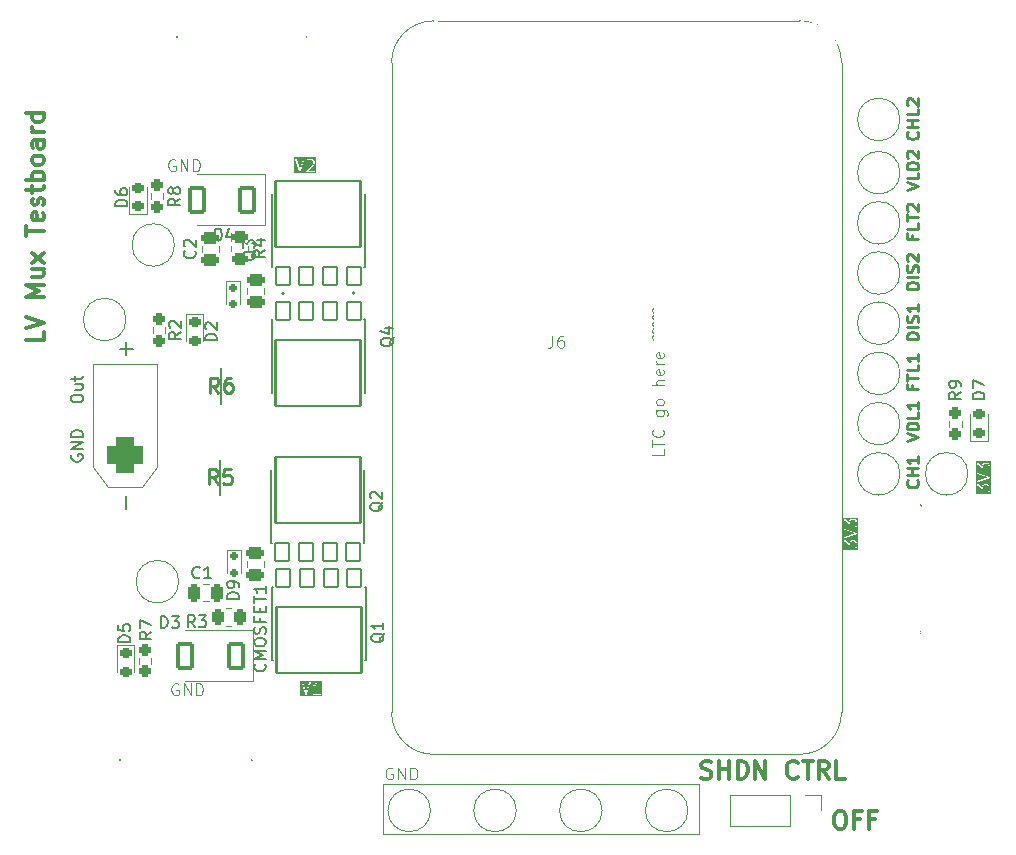
<source format=gbr>
%TF.GenerationSoftware,KiCad,Pcbnew,9.0.6*%
%TF.CreationDate,2026-01-10T12:25:54-06:00*%
%TF.ProjectId,TestBoard_PowerMuxPCB,54657374-426f-4617-9264-5f506f776572,rev?*%
%TF.SameCoordinates,Original*%
%TF.FileFunction,Legend,Top*%
%TF.FilePolarity,Positive*%
%FSLAX46Y46*%
G04 Gerber Fmt 4.6, Leading zero omitted, Abs format (unit mm)*
G04 Created by KiCad (PCBNEW 9.0.6) date 2026-01-10 12:25:54*
%MOMM*%
%LPD*%
G01*
G04 APERTURE LIST*
G04 Aperture macros list*
%AMRoundRect*
0 Rectangle with rounded corners*
0 $1 Rounding radius*
0 $2 $3 $4 $5 $6 $7 $8 $9 X,Y pos of 4 corners*
0 Add a 4 corners polygon primitive as box body*
4,1,4,$2,$3,$4,$5,$6,$7,$8,$9,$2,$3,0*
0 Add four circle primitives for the rounded corners*
1,1,$1+$1,$2,$3*
1,1,$1+$1,$4,$5*
1,1,$1+$1,$6,$7*
1,1,$1+$1,$8,$9*
0 Add four rect primitives between the rounded corners*
20,1,$1+$1,$2,$3,$4,$5,0*
20,1,$1+$1,$4,$5,$6,$7,0*
20,1,$1+$1,$6,$7,$8,$9,0*
20,1,$1+$1,$8,$9,$2,$3,0*%
G04 Aperture macros list end*
%ADD10C,0.100000*%
%ADD11C,0.150000*%
%ADD12C,0.300000*%
%ADD13C,0.250000*%
%ADD14C,0.254000*%
%ADD15C,0.120000*%
%ADD16C,0.127000*%
%ADD17C,0.200000*%
%ADD18C,0.050000*%
%ADD19RoundRect,0.218750X-0.256250X0.218750X-0.256250X-0.218750X0.256250X-0.218750X0.256250X0.218750X0*%
%ADD20RoundRect,0.237500X0.237500X-0.250000X0.237500X0.250000X-0.237500X0.250000X-0.237500X-0.250000X0*%
%ADD21RoundRect,0.237500X-0.237500X0.250000X-0.237500X-0.250000X0.237500X-0.250000X0.237500X0.250000X0*%
%ADD22RoundRect,0.250000X-0.475000X0.250000X-0.475000X-0.250000X0.475000X-0.250000X0.475000X0.250000X0*%
%ADD23C,8.115000*%
%ADD24RoundRect,0.102000X-0.590000X0.765000X-0.590000X-0.765000X0.590000X-0.765000X0.590000X0.765000X0*%
%ADD25RoundRect,0.102000X-3.605000X2.815000X-3.605000X-2.815000X3.605000X-2.815000X3.605000X2.815000X0*%
%ADD26C,6.400000*%
%ADD27C,2.800000*%
%ADD28RoundRect,0.102000X0.590000X-0.765000X0.590000X0.765000X-0.590000X0.765000X-0.590000X-0.765000X0*%
%ADD29RoundRect,0.102000X3.605000X-2.815000X3.605000X2.815000X-3.605000X2.815000X-3.605000X-2.815000X0*%
%ADD30R,1.450000X3.450000*%
%ADD31RoundRect,0.163043X0.586957X1.036957X-0.586957X1.036957X-0.586957X-1.036957X0.586957X-1.036957X0*%
%ADD32RoundRect,0.218750X0.256250X-0.218750X0.256250X0.218750X-0.256250X0.218750X-0.256250X-0.218750X0*%
%ADD33RoundRect,0.150000X0.200000X-0.150000X0.200000X0.150000X-0.200000X0.150000X-0.200000X-0.150000X0*%
%ADD34R,1.700000X1.700000*%
%ADD35O,1.700000X1.700000*%
%ADD36RoundRect,0.250000X0.262500X0.450000X-0.262500X0.450000X-0.262500X-0.450000X0.262500X-0.450000X0*%
%ADD37RoundRect,0.250000X-0.450000X0.262500X-0.450000X-0.262500X0.450000X-0.262500X0.450000X0.262500X0*%
%ADD38C,0.850000*%
%ADD39R,0.550000X1.500000*%
%ADD40C,3.600000*%
%ADD41RoundRect,0.250000X0.250000X0.475000X-0.250000X0.475000X-0.250000X-0.475000X0.250000X-0.475000X0*%
%ADD42RoundRect,0.750000X0.750000X-0.750000X0.750000X0.750000X-0.750000X0.750000X-0.750000X-0.750000X0*%
%ADD43C,3.000000*%
%ADD44RoundRect,0.250000X0.475000X-0.250000X0.475000X0.250000X-0.475000X0.250000X-0.475000X-0.250000X0*%
G04 APERTURE END LIST*
D10*
X134750000Y-132750000D02*
X161500000Y-132750000D01*
X161500000Y-137000000D01*
X134750000Y-137000000D01*
X134750000Y-132750000D01*
D11*
X108417438Y-104889411D02*
X108369819Y-104984649D01*
X108369819Y-104984649D02*
X108369819Y-105127506D01*
X108369819Y-105127506D02*
X108417438Y-105270363D01*
X108417438Y-105270363D02*
X108512676Y-105365601D01*
X108512676Y-105365601D02*
X108607914Y-105413220D01*
X108607914Y-105413220D02*
X108798390Y-105460839D01*
X108798390Y-105460839D02*
X108941247Y-105460839D01*
X108941247Y-105460839D02*
X109131723Y-105413220D01*
X109131723Y-105413220D02*
X109226961Y-105365601D01*
X109226961Y-105365601D02*
X109322200Y-105270363D01*
X109322200Y-105270363D02*
X109369819Y-105127506D01*
X109369819Y-105127506D02*
X109369819Y-105032268D01*
X109369819Y-105032268D02*
X109322200Y-104889411D01*
X109322200Y-104889411D02*
X109274580Y-104841792D01*
X109274580Y-104841792D02*
X108941247Y-104841792D01*
X108941247Y-104841792D02*
X108941247Y-105032268D01*
X109369819Y-104413220D02*
X108369819Y-104413220D01*
X108369819Y-104413220D02*
X109369819Y-103841792D01*
X109369819Y-103841792D02*
X108369819Y-103841792D01*
X109369819Y-103365601D02*
X108369819Y-103365601D01*
X108369819Y-103365601D02*
X108369819Y-103127506D01*
X108369819Y-103127506D02*
X108417438Y-102984649D01*
X108417438Y-102984649D02*
X108512676Y-102889411D01*
X108512676Y-102889411D02*
X108607914Y-102841792D01*
X108607914Y-102841792D02*
X108798390Y-102794173D01*
X108798390Y-102794173D02*
X108941247Y-102794173D01*
X108941247Y-102794173D02*
X109131723Y-102841792D01*
X109131723Y-102841792D02*
X109226961Y-102889411D01*
X109226961Y-102889411D02*
X109322200Y-102984649D01*
X109322200Y-102984649D02*
X109369819Y-103127506D01*
X109369819Y-103127506D02*
X109369819Y-103365601D01*
D10*
G36*
X129612141Y-125323530D02*
G01*
X127770042Y-125323530D01*
X127770042Y-124158875D01*
X127881153Y-124158875D01*
X127883593Y-124178230D01*
X128216926Y-125178230D01*
X128226587Y-125195178D01*
X128229928Y-125196848D01*
X128231600Y-125200192D01*
X128246642Y-125205205D01*
X128260816Y-125212293D01*
X128264359Y-125211111D01*
X128267904Y-125212293D01*
X128282083Y-125205203D01*
X128297120Y-125200191D01*
X128298790Y-125196850D01*
X128302133Y-125195179D01*
X128311794Y-125178230D01*
X128553978Y-124451678D01*
X128833534Y-124451678D01*
X128850648Y-124485906D01*
X128886953Y-124498007D01*
X128905769Y-124492854D01*
X129001006Y-124445236D01*
X129007339Y-124440320D01*
X129014001Y-124435869D01*
X129109239Y-124340631D01*
X129111987Y-124336517D01*
X129115487Y-124333011D01*
X129119122Y-124327558D01*
X129119122Y-125112419D01*
X128883408Y-125112419D01*
X128864274Y-125116225D01*
X128837214Y-125143285D01*
X128837214Y-125181553D01*
X128864274Y-125208613D01*
X128883408Y-125212419D01*
X129454836Y-125212419D01*
X129473970Y-125208613D01*
X129501030Y-125181553D01*
X129501030Y-125143285D01*
X129473970Y-125116225D01*
X129454836Y-125112419D01*
X129219122Y-125112419D01*
X129219122Y-124162419D01*
X129215316Y-124143285D01*
X129211675Y-124139644D01*
X129210666Y-124134597D01*
X129198550Y-124126519D01*
X129188256Y-124116225D01*
X129183110Y-124116225D01*
X129178826Y-124113369D01*
X129164548Y-124116225D01*
X129149988Y-124116225D01*
X129146347Y-124119865D01*
X129141300Y-124120875D01*
X129127520Y-124134684D01*
X129035025Y-124273424D01*
X128949029Y-124359421D01*
X128861047Y-124403412D01*
X128845635Y-124415373D01*
X128833534Y-124451678D01*
X128553978Y-124451678D01*
X128645127Y-124178231D01*
X128647567Y-124158875D01*
X128630453Y-124124647D01*
X128594149Y-124112545D01*
X128559920Y-124129660D01*
X128550259Y-124146608D01*
X128264360Y-125004305D01*
X127978461Y-124146608D01*
X127968800Y-124129659D01*
X127934571Y-124112545D01*
X127898267Y-124124646D01*
X127881153Y-124158875D01*
X127770042Y-124158875D01*
X127770042Y-124001434D01*
X129612141Y-124001434D01*
X129612141Y-125323530D01*
G37*
D12*
X106050828Y-94481203D02*
X106050828Y-95195489D01*
X106050828Y-95195489D02*
X104550828Y-95195489D01*
X104550828Y-94195488D02*
X106050828Y-93695488D01*
X106050828Y-93695488D02*
X104550828Y-93195488D01*
X106050828Y-91552632D02*
X104550828Y-91552632D01*
X104550828Y-91552632D02*
X105622257Y-91052632D01*
X105622257Y-91052632D02*
X104550828Y-90552632D01*
X104550828Y-90552632D02*
X106050828Y-90552632D01*
X105050828Y-89195489D02*
X106050828Y-89195489D01*
X105050828Y-89838346D02*
X105836542Y-89838346D01*
X105836542Y-89838346D02*
X105979400Y-89766917D01*
X105979400Y-89766917D02*
X106050828Y-89624060D01*
X106050828Y-89624060D02*
X106050828Y-89409774D01*
X106050828Y-89409774D02*
X105979400Y-89266917D01*
X105979400Y-89266917D02*
X105907971Y-89195489D01*
X106050828Y-88624060D02*
X105050828Y-87838346D01*
X105050828Y-88624060D02*
X106050828Y-87838346D01*
X104550828Y-86338345D02*
X104550828Y-85481203D01*
X106050828Y-85909774D02*
X104550828Y-85909774D01*
X105979400Y-84409774D02*
X106050828Y-84552631D01*
X106050828Y-84552631D02*
X106050828Y-84838346D01*
X106050828Y-84838346D02*
X105979400Y-84981203D01*
X105979400Y-84981203D02*
X105836542Y-85052631D01*
X105836542Y-85052631D02*
X105265114Y-85052631D01*
X105265114Y-85052631D02*
X105122257Y-84981203D01*
X105122257Y-84981203D02*
X105050828Y-84838346D01*
X105050828Y-84838346D02*
X105050828Y-84552631D01*
X105050828Y-84552631D02*
X105122257Y-84409774D01*
X105122257Y-84409774D02*
X105265114Y-84338346D01*
X105265114Y-84338346D02*
X105407971Y-84338346D01*
X105407971Y-84338346D02*
X105550828Y-85052631D01*
X105979400Y-83766917D02*
X106050828Y-83624060D01*
X106050828Y-83624060D02*
X106050828Y-83338346D01*
X106050828Y-83338346D02*
X105979400Y-83195489D01*
X105979400Y-83195489D02*
X105836542Y-83124060D01*
X105836542Y-83124060D02*
X105765114Y-83124060D01*
X105765114Y-83124060D02*
X105622257Y-83195489D01*
X105622257Y-83195489D02*
X105550828Y-83338346D01*
X105550828Y-83338346D02*
X105550828Y-83552632D01*
X105550828Y-83552632D02*
X105479400Y-83695489D01*
X105479400Y-83695489D02*
X105336542Y-83766917D01*
X105336542Y-83766917D02*
X105265114Y-83766917D01*
X105265114Y-83766917D02*
X105122257Y-83695489D01*
X105122257Y-83695489D02*
X105050828Y-83552632D01*
X105050828Y-83552632D02*
X105050828Y-83338346D01*
X105050828Y-83338346D02*
X105122257Y-83195489D01*
X105050828Y-82695488D02*
X105050828Y-82124060D01*
X104550828Y-82481203D02*
X105836542Y-82481203D01*
X105836542Y-82481203D02*
X105979400Y-82409774D01*
X105979400Y-82409774D02*
X106050828Y-82266917D01*
X106050828Y-82266917D02*
X106050828Y-82124060D01*
X106050828Y-81624060D02*
X104550828Y-81624060D01*
X105122257Y-81624060D02*
X105050828Y-81481203D01*
X105050828Y-81481203D02*
X105050828Y-81195488D01*
X105050828Y-81195488D02*
X105122257Y-81052631D01*
X105122257Y-81052631D02*
X105193685Y-80981203D01*
X105193685Y-80981203D02*
X105336542Y-80909774D01*
X105336542Y-80909774D02*
X105765114Y-80909774D01*
X105765114Y-80909774D02*
X105907971Y-80981203D01*
X105907971Y-80981203D02*
X105979400Y-81052631D01*
X105979400Y-81052631D02*
X106050828Y-81195488D01*
X106050828Y-81195488D02*
X106050828Y-81481203D01*
X106050828Y-81481203D02*
X105979400Y-81624060D01*
X106050828Y-80052631D02*
X105979400Y-80195488D01*
X105979400Y-80195488D02*
X105907971Y-80266917D01*
X105907971Y-80266917D02*
X105765114Y-80338345D01*
X105765114Y-80338345D02*
X105336542Y-80338345D01*
X105336542Y-80338345D02*
X105193685Y-80266917D01*
X105193685Y-80266917D02*
X105122257Y-80195488D01*
X105122257Y-80195488D02*
X105050828Y-80052631D01*
X105050828Y-80052631D02*
X105050828Y-79838345D01*
X105050828Y-79838345D02*
X105122257Y-79695488D01*
X105122257Y-79695488D02*
X105193685Y-79624060D01*
X105193685Y-79624060D02*
X105336542Y-79552631D01*
X105336542Y-79552631D02*
X105765114Y-79552631D01*
X105765114Y-79552631D02*
X105907971Y-79624060D01*
X105907971Y-79624060D02*
X105979400Y-79695488D01*
X105979400Y-79695488D02*
X106050828Y-79838345D01*
X106050828Y-79838345D02*
X106050828Y-80052631D01*
X106050828Y-78266917D02*
X105265114Y-78266917D01*
X105265114Y-78266917D02*
X105122257Y-78338345D01*
X105122257Y-78338345D02*
X105050828Y-78481202D01*
X105050828Y-78481202D02*
X105050828Y-78766917D01*
X105050828Y-78766917D02*
X105122257Y-78909774D01*
X105979400Y-78266917D02*
X106050828Y-78409774D01*
X106050828Y-78409774D02*
X106050828Y-78766917D01*
X106050828Y-78766917D02*
X105979400Y-78909774D01*
X105979400Y-78909774D02*
X105836542Y-78981202D01*
X105836542Y-78981202D02*
X105693685Y-78981202D01*
X105693685Y-78981202D02*
X105550828Y-78909774D01*
X105550828Y-78909774D02*
X105479400Y-78766917D01*
X105479400Y-78766917D02*
X105479400Y-78409774D01*
X105479400Y-78409774D02*
X105407971Y-78266917D01*
X106050828Y-77552631D02*
X105050828Y-77552631D01*
X105336542Y-77552631D02*
X105193685Y-77481202D01*
X105193685Y-77481202D02*
X105122257Y-77409774D01*
X105122257Y-77409774D02*
X105050828Y-77266916D01*
X105050828Y-77266916D02*
X105050828Y-77124059D01*
X106050828Y-75981203D02*
X104550828Y-75981203D01*
X105979400Y-75981203D02*
X106050828Y-76124060D01*
X106050828Y-76124060D02*
X106050828Y-76409774D01*
X106050828Y-76409774D02*
X105979400Y-76552631D01*
X105979400Y-76552631D02*
X105907971Y-76624060D01*
X105907971Y-76624060D02*
X105765114Y-76695488D01*
X105765114Y-76695488D02*
X105336542Y-76695488D01*
X105336542Y-76695488D02*
X105193685Y-76624060D01*
X105193685Y-76624060D02*
X105122257Y-76552631D01*
X105122257Y-76552631D02*
X105050828Y-76409774D01*
X105050828Y-76409774D02*
X105050828Y-76124060D01*
X105050828Y-76124060D02*
X105122257Y-75981203D01*
D13*
X180019380Y-107026003D02*
X180067000Y-107073622D01*
X180067000Y-107073622D02*
X180114619Y-107216479D01*
X180114619Y-107216479D02*
X180114619Y-107311717D01*
X180114619Y-107311717D02*
X180067000Y-107454574D01*
X180067000Y-107454574D02*
X179971761Y-107549812D01*
X179971761Y-107549812D02*
X179876523Y-107597431D01*
X179876523Y-107597431D02*
X179686047Y-107645050D01*
X179686047Y-107645050D02*
X179543190Y-107645050D01*
X179543190Y-107645050D02*
X179352714Y-107597431D01*
X179352714Y-107597431D02*
X179257476Y-107549812D01*
X179257476Y-107549812D02*
X179162238Y-107454574D01*
X179162238Y-107454574D02*
X179114619Y-107311717D01*
X179114619Y-107311717D02*
X179114619Y-107216479D01*
X179114619Y-107216479D02*
X179162238Y-107073622D01*
X179162238Y-107073622D02*
X179209857Y-107026003D01*
X180114619Y-106597431D02*
X179114619Y-106597431D01*
X179590809Y-106597431D02*
X179590809Y-106026003D01*
X180114619Y-106026003D02*
X179114619Y-106026003D01*
X180114619Y-105026003D02*
X180114619Y-105597431D01*
X180114619Y-105311717D02*
X179114619Y-105311717D01*
X179114619Y-105311717D02*
X179257476Y-105406955D01*
X179257476Y-105406955D02*
X179352714Y-105502193D01*
X179352714Y-105502193D02*
X179400333Y-105597431D01*
X179590809Y-99014098D02*
X179590809Y-99347431D01*
X180114619Y-99347431D02*
X179114619Y-99347431D01*
X179114619Y-99347431D02*
X179114619Y-98871241D01*
X179114619Y-98633145D02*
X179114619Y-98061717D01*
X180114619Y-98347431D02*
X179114619Y-98347431D01*
X180114619Y-97252193D02*
X180114619Y-97728383D01*
X180114619Y-97728383D02*
X179114619Y-97728383D01*
X180114619Y-96395050D02*
X180114619Y-96966478D01*
X180114619Y-96680764D02*
X179114619Y-96680764D01*
X179114619Y-96680764D02*
X179257476Y-96776002D01*
X179257476Y-96776002D02*
X179352714Y-96871240D01*
X179352714Y-96871240D02*
X179400333Y-96966478D01*
D10*
G36*
X175033530Y-112948658D02*
G01*
X173711308Y-112948658D01*
X173711308Y-112172306D01*
X173822419Y-112172306D01*
X173822419Y-112791353D01*
X173826225Y-112810487D01*
X173853285Y-112837547D01*
X173891553Y-112837547D01*
X173918613Y-112810487D01*
X173922419Y-112791353D01*
X173922419Y-112282494D01*
X174220446Y-112543268D01*
X174232766Y-112550362D01*
X174234237Y-112551833D01*
X174235320Y-112551833D01*
X174237352Y-112553003D01*
X174254906Y-112551833D01*
X174272505Y-112551833D01*
X174273761Y-112550576D01*
X174275536Y-112550458D01*
X174287124Y-112537213D01*
X174299565Y-112524773D01*
X174300022Y-112522472D01*
X174300735Y-112521658D01*
X174300596Y-112519585D01*
X174303371Y-112505639D01*
X174303371Y-112374585D01*
X174342082Y-112297161D01*
X174378227Y-112261017D01*
X174455651Y-112222306D01*
X174670139Y-112222306D01*
X174747561Y-112261017D01*
X174783708Y-112297163D01*
X174822419Y-112374585D01*
X174822419Y-112636692D01*
X174783708Y-112714114D01*
X174741825Y-112755997D01*
X174730986Y-112772218D01*
X174730986Y-112810487D01*
X174758045Y-112837547D01*
X174796314Y-112837547D01*
X174812535Y-112826709D01*
X174860155Y-112779090D01*
X174864609Y-112772423D01*
X174869521Y-112766095D01*
X174917140Y-112670857D01*
X174917801Y-112668441D01*
X174918613Y-112667630D01*
X174920176Y-112659768D01*
X174922293Y-112652041D01*
X174921930Y-112650952D01*
X174922419Y-112648496D01*
X174922419Y-112362782D01*
X174921930Y-112360325D01*
X174922293Y-112359237D01*
X174920176Y-112351509D01*
X174918613Y-112343648D01*
X174917801Y-112342836D01*
X174917140Y-112340421D01*
X174869521Y-112245183D01*
X174864609Y-112238854D01*
X174860155Y-112232188D01*
X174812535Y-112184569D01*
X174805868Y-112180114D01*
X174799540Y-112175203D01*
X174704303Y-112127585D01*
X174701887Y-112126923D01*
X174701076Y-112126112D01*
X174693214Y-112124548D01*
X174685487Y-112122432D01*
X174684398Y-112122794D01*
X174681942Y-112122306D01*
X174443847Y-112122306D01*
X174441390Y-112122794D01*
X174440302Y-112122432D01*
X174432574Y-112124548D01*
X174424713Y-112126112D01*
X174423901Y-112126923D01*
X174421486Y-112127585D01*
X174326248Y-112175204D01*
X174319919Y-112180115D01*
X174313253Y-112184570D01*
X174265635Y-112232189D01*
X174261183Y-112238850D01*
X174256268Y-112245184D01*
X174208650Y-112340421D01*
X174207988Y-112342836D01*
X174207177Y-112343648D01*
X174205613Y-112351509D01*
X174203497Y-112359237D01*
X174203859Y-112360325D01*
X174203371Y-112362782D01*
X174203371Y-112395450D01*
X173905344Y-112134677D01*
X173893023Y-112127582D01*
X173891553Y-112126112D01*
X173890470Y-112126112D01*
X173888438Y-112124942D01*
X173870884Y-112126112D01*
X173853285Y-112126112D01*
X173852028Y-112127368D01*
X173850254Y-112127487D01*
X173838665Y-112140731D01*
X173826225Y-112153172D01*
X173825767Y-112155472D01*
X173825055Y-112156287D01*
X173825193Y-112158359D01*
X173822419Y-112172306D01*
X173711308Y-112172306D01*
X173711308Y-111223469D01*
X173822545Y-111223469D01*
X173839659Y-111257698D01*
X173856608Y-111267359D01*
X174714305Y-111553258D01*
X173856608Y-111839157D01*
X173839659Y-111848818D01*
X173822545Y-111883047D01*
X173834646Y-111919351D01*
X173868875Y-111936465D01*
X173888230Y-111934025D01*
X174888230Y-111600692D01*
X174905178Y-111591031D01*
X174906849Y-111587688D01*
X174910191Y-111586018D01*
X174915204Y-111570979D01*
X174922293Y-111556802D01*
X174921111Y-111553258D01*
X174922293Y-111549714D01*
X174915204Y-111535536D01*
X174910191Y-111520498D01*
X174906849Y-111518827D01*
X174905178Y-111515485D01*
X174888230Y-111505824D01*
X173888230Y-111172491D01*
X173868875Y-111170051D01*
X173834646Y-111187165D01*
X173822545Y-111223469D01*
X173711308Y-111223469D01*
X173711308Y-110362782D01*
X173822419Y-110362782D01*
X173822419Y-110981829D01*
X173826225Y-111000963D01*
X173853285Y-111028023D01*
X173891553Y-111028023D01*
X173918613Y-111000963D01*
X173922419Y-110981829D01*
X173922419Y-110472970D01*
X174220446Y-110733744D01*
X174232766Y-110740838D01*
X174234237Y-110742309D01*
X174235320Y-110742309D01*
X174237352Y-110743479D01*
X174254906Y-110742309D01*
X174272505Y-110742309D01*
X174273761Y-110741052D01*
X174275536Y-110740934D01*
X174287124Y-110727689D01*
X174299565Y-110715249D01*
X174300022Y-110712948D01*
X174300735Y-110712134D01*
X174300596Y-110710061D01*
X174303371Y-110696115D01*
X174303371Y-110565061D01*
X174342082Y-110487637D01*
X174378227Y-110451493D01*
X174455651Y-110412782D01*
X174670139Y-110412782D01*
X174747561Y-110451493D01*
X174783708Y-110487639D01*
X174822419Y-110565061D01*
X174822419Y-110827168D01*
X174783708Y-110904590D01*
X174741825Y-110946473D01*
X174730986Y-110962694D01*
X174730986Y-111000963D01*
X174758045Y-111028023D01*
X174796314Y-111028023D01*
X174812535Y-111017185D01*
X174860155Y-110969566D01*
X174864609Y-110962899D01*
X174869521Y-110956571D01*
X174917140Y-110861333D01*
X174917801Y-110858917D01*
X174918613Y-110858106D01*
X174920176Y-110850244D01*
X174922293Y-110842517D01*
X174921930Y-110841428D01*
X174922419Y-110838972D01*
X174922419Y-110553258D01*
X174921930Y-110550801D01*
X174922293Y-110549713D01*
X174920176Y-110541985D01*
X174918613Y-110534124D01*
X174917801Y-110533312D01*
X174917140Y-110530897D01*
X174869521Y-110435659D01*
X174864609Y-110429330D01*
X174860155Y-110422664D01*
X174812535Y-110375045D01*
X174805868Y-110370590D01*
X174799540Y-110365679D01*
X174704303Y-110318061D01*
X174701887Y-110317399D01*
X174701076Y-110316588D01*
X174693214Y-110315024D01*
X174685487Y-110312908D01*
X174684398Y-110313270D01*
X174681942Y-110312782D01*
X174443847Y-110312782D01*
X174441390Y-110313270D01*
X174440302Y-110312908D01*
X174432574Y-110315024D01*
X174424713Y-110316588D01*
X174423901Y-110317399D01*
X174421486Y-110318061D01*
X174326248Y-110365680D01*
X174319919Y-110370591D01*
X174313253Y-110375046D01*
X174265635Y-110422665D01*
X174261183Y-110429326D01*
X174256268Y-110435660D01*
X174208650Y-110530897D01*
X174207988Y-110533312D01*
X174207177Y-110534124D01*
X174205613Y-110541985D01*
X174203497Y-110549713D01*
X174203859Y-110550801D01*
X174203371Y-110553258D01*
X174203371Y-110585926D01*
X173905344Y-110325153D01*
X173893023Y-110318058D01*
X173891553Y-110316588D01*
X173890470Y-110316588D01*
X173888438Y-110315418D01*
X173870884Y-110316588D01*
X173853285Y-110316588D01*
X173852028Y-110317844D01*
X173850254Y-110317963D01*
X173838665Y-110331207D01*
X173826225Y-110343648D01*
X173825767Y-110345948D01*
X173825055Y-110346763D01*
X173825193Y-110348835D01*
X173822419Y-110362782D01*
X173711308Y-110362782D01*
X173711308Y-110201671D01*
X175033530Y-110201671D01*
X175033530Y-112948658D01*
G37*
D13*
X179114619Y-103740288D02*
X180114619Y-103406955D01*
X180114619Y-103406955D02*
X179114619Y-103073622D01*
X180114619Y-102740288D02*
X179114619Y-102740288D01*
X179114619Y-102740288D02*
X179114619Y-102502193D01*
X179114619Y-102502193D02*
X179162238Y-102359336D01*
X179162238Y-102359336D02*
X179257476Y-102264098D01*
X179257476Y-102264098D02*
X179352714Y-102216479D01*
X179352714Y-102216479D02*
X179543190Y-102168860D01*
X179543190Y-102168860D02*
X179686047Y-102168860D01*
X179686047Y-102168860D02*
X179876523Y-102216479D01*
X179876523Y-102216479D02*
X179971761Y-102264098D01*
X179971761Y-102264098D02*
X180067000Y-102359336D01*
X180067000Y-102359336D02*
X180114619Y-102502193D01*
X180114619Y-102502193D02*
X180114619Y-102740288D01*
X180114619Y-101264098D02*
X180114619Y-101740288D01*
X180114619Y-101740288D02*
X179114619Y-101740288D01*
X180114619Y-100406955D02*
X180114619Y-100978383D01*
X180114619Y-100692669D02*
X179114619Y-100692669D01*
X179114619Y-100692669D02*
X179257476Y-100787907D01*
X179257476Y-100787907D02*
X179352714Y-100883145D01*
X179352714Y-100883145D02*
X179400333Y-100978383D01*
D10*
X135577693Y-131420038D02*
X135482455Y-131372419D01*
X135482455Y-131372419D02*
X135339598Y-131372419D01*
X135339598Y-131372419D02*
X135196741Y-131420038D01*
X135196741Y-131420038D02*
X135101503Y-131515276D01*
X135101503Y-131515276D02*
X135053884Y-131610514D01*
X135053884Y-131610514D02*
X135006265Y-131800990D01*
X135006265Y-131800990D02*
X135006265Y-131943847D01*
X135006265Y-131943847D02*
X135053884Y-132134323D01*
X135053884Y-132134323D02*
X135101503Y-132229561D01*
X135101503Y-132229561D02*
X135196741Y-132324800D01*
X135196741Y-132324800D02*
X135339598Y-132372419D01*
X135339598Y-132372419D02*
X135434836Y-132372419D01*
X135434836Y-132372419D02*
X135577693Y-132324800D01*
X135577693Y-132324800D02*
X135625312Y-132277180D01*
X135625312Y-132277180D02*
X135625312Y-131943847D01*
X135625312Y-131943847D02*
X135434836Y-131943847D01*
X136053884Y-132372419D02*
X136053884Y-131372419D01*
X136053884Y-131372419D02*
X136625312Y-132372419D01*
X136625312Y-132372419D02*
X136625312Y-131372419D01*
X137101503Y-132372419D02*
X137101503Y-131372419D01*
X137101503Y-131372419D02*
X137339598Y-131372419D01*
X137339598Y-131372419D02*
X137482455Y-131420038D01*
X137482455Y-131420038D02*
X137577693Y-131515276D01*
X137577693Y-131515276D02*
X137625312Y-131610514D01*
X137625312Y-131610514D02*
X137672931Y-131800990D01*
X137672931Y-131800990D02*
X137672931Y-131943847D01*
X137672931Y-131943847D02*
X137625312Y-132134323D01*
X137625312Y-132134323D02*
X137577693Y-132229561D01*
X137577693Y-132229561D02*
X137482455Y-132324800D01*
X137482455Y-132324800D02*
X137339598Y-132372419D01*
X137339598Y-132372419D02*
X137101503Y-132372419D01*
D12*
X173340225Y-135050828D02*
X173625939Y-135050828D01*
X173625939Y-135050828D02*
X173768796Y-135122257D01*
X173768796Y-135122257D02*
X173911653Y-135265114D01*
X173911653Y-135265114D02*
X173983082Y-135550828D01*
X173983082Y-135550828D02*
X173983082Y-136050828D01*
X173983082Y-136050828D02*
X173911653Y-136336542D01*
X173911653Y-136336542D02*
X173768796Y-136479400D01*
X173768796Y-136479400D02*
X173625939Y-136550828D01*
X173625939Y-136550828D02*
X173340225Y-136550828D01*
X173340225Y-136550828D02*
X173197368Y-136479400D01*
X173197368Y-136479400D02*
X173054510Y-136336542D01*
X173054510Y-136336542D02*
X172983082Y-136050828D01*
X172983082Y-136050828D02*
X172983082Y-135550828D01*
X172983082Y-135550828D02*
X173054510Y-135265114D01*
X173054510Y-135265114D02*
X173197368Y-135122257D01*
X173197368Y-135122257D02*
X173340225Y-135050828D01*
X175125939Y-135765114D02*
X174625939Y-135765114D01*
X174625939Y-136550828D02*
X174625939Y-135050828D01*
X174625939Y-135050828D02*
X175340225Y-135050828D01*
X176411653Y-135765114D02*
X175911653Y-135765114D01*
X175911653Y-136550828D02*
X175911653Y-135050828D01*
X175911653Y-135050828D02*
X176625939Y-135050828D01*
D13*
X180114619Y-95097431D02*
X179114619Y-95097431D01*
X179114619Y-95097431D02*
X179114619Y-94859336D01*
X179114619Y-94859336D02*
X179162238Y-94716479D01*
X179162238Y-94716479D02*
X179257476Y-94621241D01*
X179257476Y-94621241D02*
X179352714Y-94573622D01*
X179352714Y-94573622D02*
X179543190Y-94526003D01*
X179543190Y-94526003D02*
X179686047Y-94526003D01*
X179686047Y-94526003D02*
X179876523Y-94573622D01*
X179876523Y-94573622D02*
X179971761Y-94621241D01*
X179971761Y-94621241D02*
X180067000Y-94716479D01*
X180067000Y-94716479D02*
X180114619Y-94859336D01*
X180114619Y-94859336D02*
X180114619Y-95097431D01*
X180114619Y-94097431D02*
X179114619Y-94097431D01*
X180067000Y-93668860D02*
X180114619Y-93526003D01*
X180114619Y-93526003D02*
X180114619Y-93287908D01*
X180114619Y-93287908D02*
X180067000Y-93192670D01*
X180067000Y-93192670D02*
X180019380Y-93145051D01*
X180019380Y-93145051D02*
X179924142Y-93097432D01*
X179924142Y-93097432D02*
X179828904Y-93097432D01*
X179828904Y-93097432D02*
X179733666Y-93145051D01*
X179733666Y-93145051D02*
X179686047Y-93192670D01*
X179686047Y-93192670D02*
X179638428Y-93287908D01*
X179638428Y-93287908D02*
X179590809Y-93478384D01*
X179590809Y-93478384D02*
X179543190Y-93573622D01*
X179543190Y-93573622D02*
X179495571Y-93621241D01*
X179495571Y-93621241D02*
X179400333Y-93668860D01*
X179400333Y-93668860D02*
X179305095Y-93668860D01*
X179305095Y-93668860D02*
X179209857Y-93621241D01*
X179209857Y-93621241D02*
X179162238Y-93573622D01*
X179162238Y-93573622D02*
X179114619Y-93478384D01*
X179114619Y-93478384D02*
X179114619Y-93240289D01*
X179114619Y-93240289D02*
X179162238Y-93097432D01*
X180114619Y-92145051D02*
X180114619Y-92716479D01*
X180114619Y-92430765D02*
X179114619Y-92430765D01*
X179114619Y-92430765D02*
X179257476Y-92526003D01*
X179257476Y-92526003D02*
X179352714Y-92621241D01*
X179352714Y-92621241D02*
X179400333Y-92716479D01*
D12*
X161733082Y-132229400D02*
X161947368Y-132300828D01*
X161947368Y-132300828D02*
X162304510Y-132300828D01*
X162304510Y-132300828D02*
X162447368Y-132229400D01*
X162447368Y-132229400D02*
X162518796Y-132157971D01*
X162518796Y-132157971D02*
X162590225Y-132015114D01*
X162590225Y-132015114D02*
X162590225Y-131872257D01*
X162590225Y-131872257D02*
X162518796Y-131729400D01*
X162518796Y-131729400D02*
X162447368Y-131657971D01*
X162447368Y-131657971D02*
X162304510Y-131586542D01*
X162304510Y-131586542D02*
X162018796Y-131515114D01*
X162018796Y-131515114D02*
X161875939Y-131443685D01*
X161875939Y-131443685D02*
X161804510Y-131372257D01*
X161804510Y-131372257D02*
X161733082Y-131229400D01*
X161733082Y-131229400D02*
X161733082Y-131086542D01*
X161733082Y-131086542D02*
X161804510Y-130943685D01*
X161804510Y-130943685D02*
X161875939Y-130872257D01*
X161875939Y-130872257D02*
X162018796Y-130800828D01*
X162018796Y-130800828D02*
X162375939Y-130800828D01*
X162375939Y-130800828D02*
X162590225Y-130872257D01*
X163233081Y-132300828D02*
X163233081Y-130800828D01*
X163233081Y-131515114D02*
X164090224Y-131515114D01*
X164090224Y-132300828D02*
X164090224Y-130800828D01*
X164804510Y-132300828D02*
X164804510Y-130800828D01*
X164804510Y-130800828D02*
X165161653Y-130800828D01*
X165161653Y-130800828D02*
X165375939Y-130872257D01*
X165375939Y-130872257D02*
X165518796Y-131015114D01*
X165518796Y-131015114D02*
X165590225Y-131157971D01*
X165590225Y-131157971D02*
X165661653Y-131443685D01*
X165661653Y-131443685D02*
X165661653Y-131657971D01*
X165661653Y-131657971D02*
X165590225Y-131943685D01*
X165590225Y-131943685D02*
X165518796Y-132086542D01*
X165518796Y-132086542D02*
X165375939Y-132229400D01*
X165375939Y-132229400D02*
X165161653Y-132300828D01*
X165161653Y-132300828D02*
X164804510Y-132300828D01*
X166304510Y-132300828D02*
X166304510Y-130800828D01*
X166304510Y-130800828D02*
X167161653Y-132300828D01*
X167161653Y-132300828D02*
X167161653Y-130800828D01*
X169875939Y-132157971D02*
X169804511Y-132229400D01*
X169804511Y-132229400D02*
X169590225Y-132300828D01*
X169590225Y-132300828D02*
X169447368Y-132300828D01*
X169447368Y-132300828D02*
X169233082Y-132229400D01*
X169233082Y-132229400D02*
X169090225Y-132086542D01*
X169090225Y-132086542D02*
X169018796Y-131943685D01*
X169018796Y-131943685D02*
X168947368Y-131657971D01*
X168947368Y-131657971D02*
X168947368Y-131443685D01*
X168947368Y-131443685D02*
X169018796Y-131157971D01*
X169018796Y-131157971D02*
X169090225Y-131015114D01*
X169090225Y-131015114D02*
X169233082Y-130872257D01*
X169233082Y-130872257D02*
X169447368Y-130800828D01*
X169447368Y-130800828D02*
X169590225Y-130800828D01*
X169590225Y-130800828D02*
X169804511Y-130872257D01*
X169804511Y-130872257D02*
X169875939Y-130943685D01*
X170304511Y-130800828D02*
X171161654Y-130800828D01*
X170733082Y-132300828D02*
X170733082Y-130800828D01*
X172518796Y-132300828D02*
X172018796Y-131586542D01*
X171661653Y-132300828D02*
X171661653Y-130800828D01*
X171661653Y-130800828D02*
X172233082Y-130800828D01*
X172233082Y-130800828D02*
X172375939Y-130872257D01*
X172375939Y-130872257D02*
X172447368Y-130943685D01*
X172447368Y-130943685D02*
X172518796Y-131086542D01*
X172518796Y-131086542D02*
X172518796Y-131300828D01*
X172518796Y-131300828D02*
X172447368Y-131443685D01*
X172447368Y-131443685D02*
X172375939Y-131515114D01*
X172375939Y-131515114D02*
X172233082Y-131586542D01*
X172233082Y-131586542D02*
X171661653Y-131586542D01*
X173875939Y-132300828D02*
X173161653Y-132300828D01*
X173161653Y-132300828D02*
X173161653Y-130800828D01*
D10*
X117437693Y-124300038D02*
X117342455Y-124252419D01*
X117342455Y-124252419D02*
X117199598Y-124252419D01*
X117199598Y-124252419D02*
X117056741Y-124300038D01*
X117056741Y-124300038D02*
X116961503Y-124395276D01*
X116961503Y-124395276D02*
X116913884Y-124490514D01*
X116913884Y-124490514D02*
X116866265Y-124680990D01*
X116866265Y-124680990D02*
X116866265Y-124823847D01*
X116866265Y-124823847D02*
X116913884Y-125014323D01*
X116913884Y-125014323D02*
X116961503Y-125109561D01*
X116961503Y-125109561D02*
X117056741Y-125204800D01*
X117056741Y-125204800D02*
X117199598Y-125252419D01*
X117199598Y-125252419D02*
X117294836Y-125252419D01*
X117294836Y-125252419D02*
X117437693Y-125204800D01*
X117437693Y-125204800D02*
X117485312Y-125157180D01*
X117485312Y-125157180D02*
X117485312Y-124823847D01*
X117485312Y-124823847D02*
X117294836Y-124823847D01*
X117913884Y-125252419D02*
X117913884Y-124252419D01*
X117913884Y-124252419D02*
X118485312Y-125252419D01*
X118485312Y-125252419D02*
X118485312Y-124252419D01*
X118961503Y-125252419D02*
X118961503Y-124252419D01*
X118961503Y-124252419D02*
X119199598Y-124252419D01*
X119199598Y-124252419D02*
X119342455Y-124300038D01*
X119342455Y-124300038D02*
X119437693Y-124395276D01*
X119437693Y-124395276D02*
X119485312Y-124490514D01*
X119485312Y-124490514D02*
X119532931Y-124680990D01*
X119532931Y-124680990D02*
X119532931Y-124823847D01*
X119532931Y-124823847D02*
X119485312Y-125014323D01*
X119485312Y-125014323D02*
X119437693Y-125109561D01*
X119437693Y-125109561D02*
X119342455Y-125204800D01*
X119342455Y-125204800D02*
X119199598Y-125252419D01*
X119199598Y-125252419D02*
X118961503Y-125252419D01*
D13*
X179590809Y-86264098D02*
X179590809Y-86597431D01*
X180114619Y-86597431D02*
X179114619Y-86597431D01*
X179114619Y-86597431D02*
X179114619Y-86121241D01*
X180114619Y-85264098D02*
X180114619Y-85740288D01*
X180114619Y-85740288D02*
X179114619Y-85740288D01*
X179114619Y-85073621D02*
X179114619Y-84502193D01*
X180114619Y-84787907D02*
X179114619Y-84787907D01*
X179209857Y-84216478D02*
X179162238Y-84168859D01*
X179162238Y-84168859D02*
X179114619Y-84073621D01*
X179114619Y-84073621D02*
X179114619Y-83835526D01*
X179114619Y-83835526D02*
X179162238Y-83740288D01*
X179162238Y-83740288D02*
X179209857Y-83692669D01*
X179209857Y-83692669D02*
X179305095Y-83645050D01*
X179305095Y-83645050D02*
X179400333Y-83645050D01*
X179400333Y-83645050D02*
X179543190Y-83692669D01*
X179543190Y-83692669D02*
X180114619Y-84264097D01*
X180114619Y-84264097D02*
X180114619Y-83645050D01*
X180114619Y-90847431D02*
X179114619Y-90847431D01*
X179114619Y-90847431D02*
X179114619Y-90609336D01*
X179114619Y-90609336D02*
X179162238Y-90466479D01*
X179162238Y-90466479D02*
X179257476Y-90371241D01*
X179257476Y-90371241D02*
X179352714Y-90323622D01*
X179352714Y-90323622D02*
X179543190Y-90276003D01*
X179543190Y-90276003D02*
X179686047Y-90276003D01*
X179686047Y-90276003D02*
X179876523Y-90323622D01*
X179876523Y-90323622D02*
X179971761Y-90371241D01*
X179971761Y-90371241D02*
X180067000Y-90466479D01*
X180067000Y-90466479D02*
X180114619Y-90609336D01*
X180114619Y-90609336D02*
X180114619Y-90847431D01*
X180114619Y-89847431D02*
X179114619Y-89847431D01*
X180067000Y-89418860D02*
X180114619Y-89276003D01*
X180114619Y-89276003D02*
X180114619Y-89037908D01*
X180114619Y-89037908D02*
X180067000Y-88942670D01*
X180067000Y-88942670D02*
X180019380Y-88895051D01*
X180019380Y-88895051D02*
X179924142Y-88847432D01*
X179924142Y-88847432D02*
X179828904Y-88847432D01*
X179828904Y-88847432D02*
X179733666Y-88895051D01*
X179733666Y-88895051D02*
X179686047Y-88942670D01*
X179686047Y-88942670D02*
X179638428Y-89037908D01*
X179638428Y-89037908D02*
X179590809Y-89228384D01*
X179590809Y-89228384D02*
X179543190Y-89323622D01*
X179543190Y-89323622D02*
X179495571Y-89371241D01*
X179495571Y-89371241D02*
X179400333Y-89418860D01*
X179400333Y-89418860D02*
X179305095Y-89418860D01*
X179305095Y-89418860D02*
X179209857Y-89371241D01*
X179209857Y-89371241D02*
X179162238Y-89323622D01*
X179162238Y-89323622D02*
X179114619Y-89228384D01*
X179114619Y-89228384D02*
X179114619Y-88990289D01*
X179114619Y-88990289D02*
X179162238Y-88847432D01*
X179209857Y-88466479D02*
X179162238Y-88418860D01*
X179162238Y-88418860D02*
X179114619Y-88323622D01*
X179114619Y-88323622D02*
X179114619Y-88085527D01*
X179114619Y-88085527D02*
X179162238Y-87990289D01*
X179162238Y-87990289D02*
X179209857Y-87942670D01*
X179209857Y-87942670D02*
X179305095Y-87895051D01*
X179305095Y-87895051D02*
X179400333Y-87895051D01*
X179400333Y-87895051D02*
X179543190Y-87942670D01*
X179543190Y-87942670D02*
X180114619Y-88514098D01*
X180114619Y-88514098D02*
X180114619Y-87895051D01*
D10*
G36*
X186283530Y-108198658D02*
G01*
X184961308Y-108198658D01*
X184961308Y-107422306D01*
X185072419Y-107422306D01*
X185072419Y-108041353D01*
X185076225Y-108060487D01*
X185103285Y-108087547D01*
X185141553Y-108087547D01*
X185168613Y-108060487D01*
X185172419Y-108041353D01*
X185172419Y-107532494D01*
X185470446Y-107793268D01*
X185482766Y-107800362D01*
X185484237Y-107801833D01*
X185485320Y-107801833D01*
X185487352Y-107803003D01*
X185504906Y-107801833D01*
X185522505Y-107801833D01*
X185523761Y-107800576D01*
X185525536Y-107800458D01*
X185537124Y-107787213D01*
X185549565Y-107774773D01*
X185550022Y-107772472D01*
X185550735Y-107771658D01*
X185550596Y-107769585D01*
X185553371Y-107755639D01*
X185553371Y-107624585D01*
X185592082Y-107547161D01*
X185628227Y-107511017D01*
X185705651Y-107472306D01*
X185920139Y-107472306D01*
X185997561Y-107511017D01*
X186033708Y-107547163D01*
X186072419Y-107624585D01*
X186072419Y-107886692D01*
X186033708Y-107964114D01*
X185991825Y-108005997D01*
X185980986Y-108022218D01*
X185980986Y-108060487D01*
X186008045Y-108087547D01*
X186046314Y-108087547D01*
X186062535Y-108076709D01*
X186110155Y-108029090D01*
X186114609Y-108022423D01*
X186119521Y-108016095D01*
X186167140Y-107920857D01*
X186167801Y-107918441D01*
X186168613Y-107917630D01*
X186170176Y-107909768D01*
X186172293Y-107902041D01*
X186171930Y-107900952D01*
X186172419Y-107898496D01*
X186172419Y-107612782D01*
X186171930Y-107610325D01*
X186172293Y-107609237D01*
X186170176Y-107601509D01*
X186168613Y-107593648D01*
X186167801Y-107592836D01*
X186167140Y-107590421D01*
X186119521Y-107495183D01*
X186114609Y-107488854D01*
X186110155Y-107482188D01*
X186062535Y-107434569D01*
X186055868Y-107430114D01*
X186049540Y-107425203D01*
X185954303Y-107377585D01*
X185951887Y-107376923D01*
X185951076Y-107376112D01*
X185943214Y-107374548D01*
X185935487Y-107372432D01*
X185934398Y-107372794D01*
X185931942Y-107372306D01*
X185693847Y-107372306D01*
X185691390Y-107372794D01*
X185690302Y-107372432D01*
X185682574Y-107374548D01*
X185674713Y-107376112D01*
X185673901Y-107376923D01*
X185671486Y-107377585D01*
X185576248Y-107425204D01*
X185569919Y-107430115D01*
X185563253Y-107434570D01*
X185515635Y-107482189D01*
X185511183Y-107488850D01*
X185506268Y-107495184D01*
X185458650Y-107590421D01*
X185457988Y-107592836D01*
X185457177Y-107593648D01*
X185455613Y-107601509D01*
X185453497Y-107609237D01*
X185453859Y-107610325D01*
X185453371Y-107612782D01*
X185453371Y-107645450D01*
X185155344Y-107384677D01*
X185143023Y-107377582D01*
X185141553Y-107376112D01*
X185140470Y-107376112D01*
X185138438Y-107374942D01*
X185120884Y-107376112D01*
X185103285Y-107376112D01*
X185102028Y-107377368D01*
X185100254Y-107377487D01*
X185088665Y-107390731D01*
X185076225Y-107403172D01*
X185075767Y-107405472D01*
X185075055Y-107406287D01*
X185075193Y-107408359D01*
X185072419Y-107422306D01*
X184961308Y-107422306D01*
X184961308Y-106473469D01*
X185072545Y-106473469D01*
X185089659Y-106507698D01*
X185106608Y-106517359D01*
X185964305Y-106803258D01*
X185106608Y-107089157D01*
X185089659Y-107098818D01*
X185072545Y-107133047D01*
X185084646Y-107169351D01*
X185118875Y-107186465D01*
X185138230Y-107184025D01*
X186138230Y-106850692D01*
X186155178Y-106841031D01*
X186156849Y-106837688D01*
X186160191Y-106836018D01*
X186165204Y-106820979D01*
X186172293Y-106806802D01*
X186171111Y-106803258D01*
X186172293Y-106799714D01*
X186165204Y-106785536D01*
X186160191Y-106770498D01*
X186156849Y-106768827D01*
X186155178Y-106765485D01*
X186138230Y-106755824D01*
X185138230Y-106422491D01*
X185118875Y-106420051D01*
X185084646Y-106437165D01*
X185072545Y-106473469D01*
X184961308Y-106473469D01*
X184961308Y-105612782D01*
X185072419Y-105612782D01*
X185072419Y-106231829D01*
X185076225Y-106250963D01*
X185103285Y-106278023D01*
X185141553Y-106278023D01*
X185168613Y-106250963D01*
X185172419Y-106231829D01*
X185172419Y-105722970D01*
X185470446Y-105983744D01*
X185482766Y-105990838D01*
X185484237Y-105992309D01*
X185485320Y-105992309D01*
X185487352Y-105993479D01*
X185504906Y-105992309D01*
X185522505Y-105992309D01*
X185523761Y-105991052D01*
X185525536Y-105990934D01*
X185537124Y-105977689D01*
X185549565Y-105965249D01*
X185550022Y-105962948D01*
X185550735Y-105962134D01*
X185550596Y-105960061D01*
X185553371Y-105946115D01*
X185553371Y-105815061D01*
X185592082Y-105737637D01*
X185628227Y-105701493D01*
X185705651Y-105662782D01*
X185920139Y-105662782D01*
X185997561Y-105701493D01*
X186033708Y-105737639D01*
X186072419Y-105815061D01*
X186072419Y-106077168D01*
X186033708Y-106154590D01*
X185991825Y-106196473D01*
X185980986Y-106212694D01*
X185980986Y-106250963D01*
X186008045Y-106278023D01*
X186046314Y-106278023D01*
X186062535Y-106267185D01*
X186110155Y-106219566D01*
X186114609Y-106212899D01*
X186119521Y-106206571D01*
X186167140Y-106111333D01*
X186167801Y-106108917D01*
X186168613Y-106108106D01*
X186170176Y-106100244D01*
X186172293Y-106092517D01*
X186171930Y-106091428D01*
X186172419Y-106088972D01*
X186172419Y-105803258D01*
X186171930Y-105800801D01*
X186172293Y-105799713D01*
X186170176Y-105791985D01*
X186168613Y-105784124D01*
X186167801Y-105783312D01*
X186167140Y-105780897D01*
X186119521Y-105685659D01*
X186114609Y-105679330D01*
X186110155Y-105672664D01*
X186062535Y-105625045D01*
X186055868Y-105620590D01*
X186049540Y-105615679D01*
X185954303Y-105568061D01*
X185951887Y-105567399D01*
X185951076Y-105566588D01*
X185943214Y-105565024D01*
X185935487Y-105562908D01*
X185934398Y-105563270D01*
X185931942Y-105562782D01*
X185693847Y-105562782D01*
X185691390Y-105563270D01*
X185690302Y-105562908D01*
X185682574Y-105565024D01*
X185674713Y-105566588D01*
X185673901Y-105567399D01*
X185671486Y-105568061D01*
X185576248Y-105615680D01*
X185569919Y-105620591D01*
X185563253Y-105625046D01*
X185515635Y-105672665D01*
X185511183Y-105679326D01*
X185506268Y-105685660D01*
X185458650Y-105780897D01*
X185457988Y-105783312D01*
X185457177Y-105784124D01*
X185455613Y-105791985D01*
X185453497Y-105799713D01*
X185453859Y-105800801D01*
X185453371Y-105803258D01*
X185453371Y-105835926D01*
X185155344Y-105575153D01*
X185143023Y-105568058D01*
X185141553Y-105566588D01*
X185140470Y-105566588D01*
X185138438Y-105565418D01*
X185120884Y-105566588D01*
X185103285Y-105566588D01*
X185102028Y-105567844D01*
X185100254Y-105567963D01*
X185088665Y-105581207D01*
X185076225Y-105593648D01*
X185075767Y-105595948D01*
X185075055Y-105596763D01*
X185075193Y-105598835D01*
X185072419Y-105612782D01*
X184961308Y-105612782D01*
X184961308Y-105451671D01*
X186283530Y-105451671D01*
X186283530Y-108198658D01*
G37*
D13*
X180019380Y-77526003D02*
X180067000Y-77573622D01*
X180067000Y-77573622D02*
X180114619Y-77716479D01*
X180114619Y-77716479D02*
X180114619Y-77811717D01*
X180114619Y-77811717D02*
X180067000Y-77954574D01*
X180067000Y-77954574D02*
X179971761Y-78049812D01*
X179971761Y-78049812D02*
X179876523Y-78097431D01*
X179876523Y-78097431D02*
X179686047Y-78145050D01*
X179686047Y-78145050D02*
X179543190Y-78145050D01*
X179543190Y-78145050D02*
X179352714Y-78097431D01*
X179352714Y-78097431D02*
X179257476Y-78049812D01*
X179257476Y-78049812D02*
X179162238Y-77954574D01*
X179162238Y-77954574D02*
X179114619Y-77811717D01*
X179114619Y-77811717D02*
X179114619Y-77716479D01*
X179114619Y-77716479D02*
X179162238Y-77573622D01*
X179162238Y-77573622D02*
X179209857Y-77526003D01*
X180114619Y-77097431D02*
X179114619Y-77097431D01*
X179590809Y-77097431D02*
X179590809Y-76526003D01*
X180114619Y-76526003D02*
X179114619Y-76526003D01*
X180114619Y-75573622D02*
X180114619Y-76049812D01*
X180114619Y-76049812D02*
X179114619Y-76049812D01*
X179209857Y-75287907D02*
X179162238Y-75240288D01*
X179162238Y-75240288D02*
X179114619Y-75145050D01*
X179114619Y-75145050D02*
X179114619Y-74906955D01*
X179114619Y-74906955D02*
X179162238Y-74811717D01*
X179162238Y-74811717D02*
X179209857Y-74764098D01*
X179209857Y-74764098D02*
X179305095Y-74716479D01*
X179305095Y-74716479D02*
X179400333Y-74716479D01*
X179400333Y-74716479D02*
X179543190Y-74764098D01*
X179543190Y-74764098D02*
X180114619Y-75335526D01*
X180114619Y-75335526D02*
X180114619Y-74716479D01*
D11*
X108369819Y-100222744D02*
X108369819Y-100032268D01*
X108369819Y-100032268D02*
X108417438Y-99937030D01*
X108417438Y-99937030D02*
X108512676Y-99841792D01*
X108512676Y-99841792D02*
X108703152Y-99794173D01*
X108703152Y-99794173D02*
X109036485Y-99794173D01*
X109036485Y-99794173D02*
X109226961Y-99841792D01*
X109226961Y-99841792D02*
X109322200Y-99937030D01*
X109322200Y-99937030D02*
X109369819Y-100032268D01*
X109369819Y-100032268D02*
X109369819Y-100222744D01*
X109369819Y-100222744D02*
X109322200Y-100317982D01*
X109322200Y-100317982D02*
X109226961Y-100413220D01*
X109226961Y-100413220D02*
X109036485Y-100460839D01*
X109036485Y-100460839D02*
X108703152Y-100460839D01*
X108703152Y-100460839D02*
X108512676Y-100413220D01*
X108512676Y-100413220D02*
X108417438Y-100317982D01*
X108417438Y-100317982D02*
X108369819Y-100222744D01*
X108703152Y-98937030D02*
X109369819Y-98937030D01*
X108703152Y-99365601D02*
X109226961Y-99365601D01*
X109226961Y-99365601D02*
X109322200Y-99317982D01*
X109322200Y-99317982D02*
X109369819Y-99222744D01*
X109369819Y-99222744D02*
X109369819Y-99079887D01*
X109369819Y-99079887D02*
X109322200Y-98984649D01*
X109322200Y-98984649D02*
X109274580Y-98937030D01*
X108703152Y-98603696D02*
X108703152Y-98222744D01*
X108369819Y-98460839D02*
X109226961Y-98460839D01*
X109226961Y-98460839D02*
X109322200Y-98413220D01*
X109322200Y-98413220D02*
X109369819Y-98317982D01*
X109369819Y-98317982D02*
X109369819Y-98222744D01*
D10*
G36*
X129095947Y-81033530D02*
G01*
X127250042Y-81033530D01*
X127250042Y-79868875D01*
X127361153Y-79868875D01*
X127363593Y-79888230D01*
X127696926Y-80888230D01*
X127706587Y-80905178D01*
X127709928Y-80906848D01*
X127711600Y-80910192D01*
X127726642Y-80915205D01*
X127740816Y-80922293D01*
X127744359Y-80921111D01*
X127747904Y-80922293D01*
X127762083Y-80915203D01*
X127777120Y-80910191D01*
X127778790Y-80906850D01*
X127782133Y-80905179D01*
X127791794Y-80888230D01*
X127803442Y-80853285D01*
X128269595Y-80853285D01*
X128269595Y-80891553D01*
X128296655Y-80918613D01*
X128315789Y-80922419D01*
X128934836Y-80922419D01*
X128953970Y-80918613D01*
X128981030Y-80891553D01*
X128981030Y-80853285D01*
X128953970Y-80826225D01*
X128934836Y-80822419D01*
X128436499Y-80822419D01*
X128922572Y-80336345D01*
X128923962Y-80334263D01*
X128924990Y-80333750D01*
X128928960Y-80326784D01*
X128933411Y-80320124D01*
X128933411Y-80318976D01*
X128934651Y-80316801D01*
X128982270Y-80173945D01*
X128983272Y-80165994D01*
X128984836Y-80158133D01*
X128984836Y-80062895D01*
X128984347Y-80060438D01*
X128984710Y-80059350D01*
X128982593Y-80051622D01*
X128981030Y-80043761D01*
X128980218Y-80042949D01*
X128979557Y-80040534D01*
X128931938Y-79945296D01*
X128927026Y-79938967D01*
X128922572Y-79932301D01*
X128874953Y-79884683D01*
X128868291Y-79880231D01*
X128861958Y-79875316D01*
X128766721Y-79827698D01*
X128764305Y-79827036D01*
X128763494Y-79826225D01*
X128755632Y-79824661D01*
X128747905Y-79822545D01*
X128746816Y-79822907D01*
X128744360Y-79822419D01*
X128506265Y-79822419D01*
X128503808Y-79822907D01*
X128502720Y-79822545D01*
X128494992Y-79824661D01*
X128487131Y-79826225D01*
X128486319Y-79827036D01*
X128483904Y-79827698D01*
X128388666Y-79875317D01*
X128382337Y-79880228D01*
X128375671Y-79884683D01*
X128328053Y-79932302D01*
X128317214Y-79948523D01*
X128317214Y-79986791D01*
X128344274Y-80013851D01*
X128382542Y-80013851D01*
X128398763Y-80003012D01*
X128440645Y-79961130D01*
X128518069Y-79922419D01*
X128732557Y-79922419D01*
X128809980Y-79961130D01*
X128846124Y-79997275D01*
X128884836Y-80074698D01*
X128884836Y-80150020D01*
X128843515Y-80273981D01*
X128280434Y-80837064D01*
X128269595Y-80853285D01*
X127803442Y-80853285D01*
X128125127Y-79888231D01*
X128127567Y-79868875D01*
X128110453Y-79834647D01*
X128074149Y-79822545D01*
X128039920Y-79839660D01*
X128030259Y-79856608D01*
X127744360Y-80714305D01*
X127458461Y-79856608D01*
X127448800Y-79839659D01*
X127414571Y-79822545D01*
X127378267Y-79834646D01*
X127361153Y-79868875D01*
X127250042Y-79868875D01*
X127250042Y-79711308D01*
X129095947Y-79711308D01*
X129095947Y-81033530D01*
G37*
D13*
X179114619Y-82490288D02*
X180114619Y-82156955D01*
X180114619Y-82156955D02*
X179114619Y-81823622D01*
X180114619Y-81014098D02*
X180114619Y-81490288D01*
X180114619Y-81490288D02*
X179114619Y-81490288D01*
X180114619Y-80680764D02*
X179114619Y-80680764D01*
X179114619Y-80680764D02*
X179114619Y-80442669D01*
X179114619Y-80442669D02*
X179162238Y-80299812D01*
X179162238Y-80299812D02*
X179257476Y-80204574D01*
X179257476Y-80204574D02*
X179352714Y-80156955D01*
X179352714Y-80156955D02*
X179543190Y-80109336D01*
X179543190Y-80109336D02*
X179686047Y-80109336D01*
X179686047Y-80109336D02*
X179876523Y-80156955D01*
X179876523Y-80156955D02*
X179971761Y-80204574D01*
X179971761Y-80204574D02*
X180067000Y-80299812D01*
X180067000Y-80299812D02*
X180114619Y-80442669D01*
X180114619Y-80442669D02*
X180114619Y-80680764D01*
X179209857Y-79728383D02*
X179162238Y-79680764D01*
X179162238Y-79680764D02*
X179114619Y-79585526D01*
X179114619Y-79585526D02*
X179114619Y-79347431D01*
X179114619Y-79347431D02*
X179162238Y-79252193D01*
X179162238Y-79252193D02*
X179209857Y-79204574D01*
X179209857Y-79204574D02*
X179305095Y-79156955D01*
X179305095Y-79156955D02*
X179400333Y-79156955D01*
X179400333Y-79156955D02*
X179543190Y-79204574D01*
X179543190Y-79204574D02*
X180114619Y-79776002D01*
X180114619Y-79776002D02*
X180114619Y-79156955D01*
D10*
X117177693Y-79920038D02*
X117082455Y-79872419D01*
X117082455Y-79872419D02*
X116939598Y-79872419D01*
X116939598Y-79872419D02*
X116796741Y-79920038D01*
X116796741Y-79920038D02*
X116701503Y-80015276D01*
X116701503Y-80015276D02*
X116653884Y-80110514D01*
X116653884Y-80110514D02*
X116606265Y-80300990D01*
X116606265Y-80300990D02*
X116606265Y-80443847D01*
X116606265Y-80443847D02*
X116653884Y-80634323D01*
X116653884Y-80634323D02*
X116701503Y-80729561D01*
X116701503Y-80729561D02*
X116796741Y-80824800D01*
X116796741Y-80824800D02*
X116939598Y-80872419D01*
X116939598Y-80872419D02*
X117034836Y-80872419D01*
X117034836Y-80872419D02*
X117177693Y-80824800D01*
X117177693Y-80824800D02*
X117225312Y-80777180D01*
X117225312Y-80777180D02*
X117225312Y-80443847D01*
X117225312Y-80443847D02*
X117034836Y-80443847D01*
X117653884Y-80872419D02*
X117653884Y-79872419D01*
X117653884Y-79872419D02*
X118225312Y-80872419D01*
X118225312Y-80872419D02*
X118225312Y-79872419D01*
X118701503Y-80872419D02*
X118701503Y-79872419D01*
X118701503Y-79872419D02*
X118939598Y-79872419D01*
X118939598Y-79872419D02*
X119082455Y-79920038D01*
X119082455Y-79920038D02*
X119177693Y-80015276D01*
X119177693Y-80015276D02*
X119225312Y-80110514D01*
X119225312Y-80110514D02*
X119272931Y-80300990D01*
X119272931Y-80300990D02*
X119272931Y-80443847D01*
X119272931Y-80443847D02*
X119225312Y-80634323D01*
X119225312Y-80634323D02*
X119177693Y-80729561D01*
X119177693Y-80729561D02*
X119082455Y-80824800D01*
X119082455Y-80824800D02*
X118939598Y-80872419D01*
X118939598Y-80872419D02*
X118701503Y-80872419D01*
D11*
X120714819Y-95210594D02*
X119714819Y-95210594D01*
X119714819Y-95210594D02*
X119714819Y-94972499D01*
X119714819Y-94972499D02*
X119762438Y-94829642D01*
X119762438Y-94829642D02*
X119857676Y-94734404D01*
X119857676Y-94734404D02*
X119952914Y-94686785D01*
X119952914Y-94686785D02*
X120143390Y-94639166D01*
X120143390Y-94639166D02*
X120286247Y-94639166D01*
X120286247Y-94639166D02*
X120476723Y-94686785D01*
X120476723Y-94686785D02*
X120571961Y-94734404D01*
X120571961Y-94734404D02*
X120667200Y-94829642D01*
X120667200Y-94829642D02*
X120714819Y-94972499D01*
X120714819Y-94972499D02*
X120714819Y-95210594D01*
X119810057Y-94258213D02*
X119762438Y-94210594D01*
X119762438Y-94210594D02*
X119714819Y-94115356D01*
X119714819Y-94115356D02*
X119714819Y-93877261D01*
X119714819Y-93877261D02*
X119762438Y-93782023D01*
X119762438Y-93782023D02*
X119810057Y-93734404D01*
X119810057Y-93734404D02*
X119905295Y-93686785D01*
X119905295Y-93686785D02*
X120000533Y-93686785D01*
X120000533Y-93686785D02*
X120143390Y-93734404D01*
X120143390Y-93734404D02*
X120714819Y-94305832D01*
X120714819Y-94305832D02*
X120714819Y-93686785D01*
X117604819Y-83191666D02*
X117128628Y-83524999D01*
X117604819Y-83763094D02*
X116604819Y-83763094D01*
X116604819Y-83763094D02*
X116604819Y-83382142D01*
X116604819Y-83382142D02*
X116652438Y-83286904D01*
X116652438Y-83286904D02*
X116700057Y-83239285D01*
X116700057Y-83239285D02*
X116795295Y-83191666D01*
X116795295Y-83191666D02*
X116938152Y-83191666D01*
X116938152Y-83191666D02*
X117033390Y-83239285D01*
X117033390Y-83239285D02*
X117081009Y-83286904D01*
X117081009Y-83286904D02*
X117128628Y-83382142D01*
X117128628Y-83382142D02*
X117128628Y-83763094D01*
X117033390Y-82620237D02*
X116985771Y-82715475D01*
X116985771Y-82715475D02*
X116938152Y-82763094D01*
X116938152Y-82763094D02*
X116842914Y-82810713D01*
X116842914Y-82810713D02*
X116795295Y-82810713D01*
X116795295Y-82810713D02*
X116700057Y-82763094D01*
X116700057Y-82763094D02*
X116652438Y-82715475D01*
X116652438Y-82715475D02*
X116604819Y-82620237D01*
X116604819Y-82620237D02*
X116604819Y-82429761D01*
X116604819Y-82429761D02*
X116652438Y-82334523D01*
X116652438Y-82334523D02*
X116700057Y-82286904D01*
X116700057Y-82286904D02*
X116795295Y-82239285D01*
X116795295Y-82239285D02*
X116842914Y-82239285D01*
X116842914Y-82239285D02*
X116938152Y-82286904D01*
X116938152Y-82286904D02*
X116985771Y-82334523D01*
X116985771Y-82334523D02*
X117033390Y-82429761D01*
X117033390Y-82429761D02*
X117033390Y-82620237D01*
X117033390Y-82620237D02*
X117081009Y-82715475D01*
X117081009Y-82715475D02*
X117128628Y-82763094D01*
X117128628Y-82763094D02*
X117223866Y-82810713D01*
X117223866Y-82810713D02*
X117414342Y-82810713D01*
X117414342Y-82810713D02*
X117509580Y-82763094D01*
X117509580Y-82763094D02*
X117557200Y-82715475D01*
X117557200Y-82715475D02*
X117604819Y-82620237D01*
X117604819Y-82620237D02*
X117604819Y-82429761D01*
X117604819Y-82429761D02*
X117557200Y-82334523D01*
X117557200Y-82334523D02*
X117509580Y-82286904D01*
X117509580Y-82286904D02*
X117414342Y-82239285D01*
X117414342Y-82239285D02*
X117223866Y-82239285D01*
X117223866Y-82239285D02*
X117128628Y-82286904D01*
X117128628Y-82286904D02*
X117081009Y-82334523D01*
X117081009Y-82334523D02*
X117033390Y-82429761D01*
X115174819Y-119886666D02*
X114698628Y-120219999D01*
X115174819Y-120458094D02*
X114174819Y-120458094D01*
X114174819Y-120458094D02*
X114174819Y-120077142D01*
X114174819Y-120077142D02*
X114222438Y-119981904D01*
X114222438Y-119981904D02*
X114270057Y-119934285D01*
X114270057Y-119934285D02*
X114365295Y-119886666D01*
X114365295Y-119886666D02*
X114508152Y-119886666D01*
X114508152Y-119886666D02*
X114603390Y-119934285D01*
X114603390Y-119934285D02*
X114651009Y-119981904D01*
X114651009Y-119981904D02*
X114698628Y-120077142D01*
X114698628Y-120077142D02*
X114698628Y-120458094D01*
X114174819Y-119553332D02*
X114174819Y-118886666D01*
X114174819Y-118886666D02*
X115174819Y-119315237D01*
X135685057Y-94955238D02*
X135637438Y-95050476D01*
X135637438Y-95050476D02*
X135542200Y-95145714D01*
X135542200Y-95145714D02*
X135399342Y-95288571D01*
X135399342Y-95288571D02*
X135351723Y-95383809D01*
X135351723Y-95383809D02*
X135351723Y-95479047D01*
X135589819Y-95431428D02*
X135542200Y-95526666D01*
X135542200Y-95526666D02*
X135446961Y-95621904D01*
X135446961Y-95621904D02*
X135256485Y-95669523D01*
X135256485Y-95669523D02*
X134923152Y-95669523D01*
X134923152Y-95669523D02*
X134732676Y-95621904D01*
X134732676Y-95621904D02*
X134637438Y-95526666D01*
X134637438Y-95526666D02*
X134589819Y-95431428D01*
X134589819Y-95431428D02*
X134589819Y-95240952D01*
X134589819Y-95240952D02*
X134637438Y-95145714D01*
X134637438Y-95145714D02*
X134732676Y-95050476D01*
X134732676Y-95050476D02*
X134923152Y-95002857D01*
X134923152Y-95002857D02*
X135256485Y-95002857D01*
X135256485Y-95002857D02*
X135446961Y-95050476D01*
X135446961Y-95050476D02*
X135542200Y-95145714D01*
X135542200Y-95145714D02*
X135589819Y-95240952D01*
X135589819Y-95240952D02*
X135589819Y-95431428D01*
X134923152Y-94145714D02*
X135589819Y-94145714D01*
X134542200Y-94383809D02*
X135256485Y-94621904D01*
X135256485Y-94621904D02*
X135256485Y-94002857D01*
X113374819Y-120758094D02*
X112374819Y-120758094D01*
X112374819Y-120758094D02*
X112374819Y-120519999D01*
X112374819Y-120519999D02*
X112422438Y-120377142D01*
X112422438Y-120377142D02*
X112517676Y-120281904D01*
X112517676Y-120281904D02*
X112612914Y-120234285D01*
X112612914Y-120234285D02*
X112803390Y-120186666D01*
X112803390Y-120186666D02*
X112946247Y-120186666D01*
X112946247Y-120186666D02*
X113136723Y-120234285D01*
X113136723Y-120234285D02*
X113231961Y-120281904D01*
X113231961Y-120281904D02*
X113327200Y-120377142D01*
X113327200Y-120377142D02*
X113374819Y-120519999D01*
X113374819Y-120519999D02*
X113374819Y-120758094D01*
X112374819Y-119281904D02*
X112374819Y-119758094D01*
X112374819Y-119758094D02*
X112851009Y-119805713D01*
X112851009Y-119805713D02*
X112803390Y-119758094D01*
X112803390Y-119758094D02*
X112755771Y-119662856D01*
X112755771Y-119662856D02*
X112755771Y-119424761D01*
X112755771Y-119424761D02*
X112803390Y-119329523D01*
X112803390Y-119329523D02*
X112851009Y-119281904D01*
X112851009Y-119281904D02*
X112946247Y-119234285D01*
X112946247Y-119234285D02*
X113184342Y-119234285D01*
X113184342Y-119234285D02*
X113279580Y-119281904D01*
X113279580Y-119281904D02*
X113327200Y-119329523D01*
X113327200Y-119329523D02*
X113374819Y-119424761D01*
X113374819Y-119424761D02*
X113374819Y-119662856D01*
X113374819Y-119662856D02*
X113327200Y-119758094D01*
X113327200Y-119758094D02*
X113279580Y-119805713D01*
X124015057Y-87649738D02*
X123967438Y-87744976D01*
X123967438Y-87744976D02*
X123872200Y-87840214D01*
X123872200Y-87840214D02*
X123729342Y-87983071D01*
X123729342Y-87983071D02*
X123681723Y-88078309D01*
X123681723Y-88078309D02*
X123681723Y-88173547D01*
X123919819Y-88125928D02*
X123872200Y-88221166D01*
X123872200Y-88221166D02*
X123776961Y-88316404D01*
X123776961Y-88316404D02*
X123586485Y-88364023D01*
X123586485Y-88364023D02*
X123253152Y-88364023D01*
X123253152Y-88364023D02*
X123062676Y-88316404D01*
X123062676Y-88316404D02*
X122967438Y-88221166D01*
X122967438Y-88221166D02*
X122919819Y-88125928D01*
X122919819Y-88125928D02*
X122919819Y-87935452D01*
X122919819Y-87935452D02*
X122967438Y-87840214D01*
X122967438Y-87840214D02*
X123062676Y-87744976D01*
X123062676Y-87744976D02*
X123253152Y-87697357D01*
X123253152Y-87697357D02*
X123586485Y-87697357D01*
X123586485Y-87697357D02*
X123776961Y-87744976D01*
X123776961Y-87744976D02*
X123872200Y-87840214D01*
X123872200Y-87840214D02*
X123919819Y-87935452D01*
X123919819Y-87935452D02*
X123919819Y-88125928D01*
X122919819Y-87364023D02*
X122919819Y-86744976D01*
X122919819Y-86744976D02*
X123300771Y-87078309D01*
X123300771Y-87078309D02*
X123300771Y-86935452D01*
X123300771Y-86935452D02*
X123348390Y-86840214D01*
X123348390Y-86840214D02*
X123396009Y-86792595D01*
X123396009Y-86792595D02*
X123491247Y-86744976D01*
X123491247Y-86744976D02*
X123729342Y-86744976D01*
X123729342Y-86744976D02*
X123824580Y-86792595D01*
X123824580Y-86792595D02*
X123872200Y-86840214D01*
X123872200Y-86840214D02*
X123919819Y-86935452D01*
X123919819Y-86935452D02*
X123919819Y-87221166D01*
X123919819Y-87221166D02*
X123872200Y-87316404D01*
X123872200Y-87316404D02*
X123824580Y-87364023D01*
D14*
X120788333Y-107384318D02*
X120364999Y-106779556D01*
X120062618Y-107384318D02*
X120062618Y-106114318D01*
X120062618Y-106114318D02*
X120546428Y-106114318D01*
X120546428Y-106114318D02*
X120667380Y-106174794D01*
X120667380Y-106174794D02*
X120727857Y-106235270D01*
X120727857Y-106235270D02*
X120788333Y-106356222D01*
X120788333Y-106356222D02*
X120788333Y-106537651D01*
X120788333Y-106537651D02*
X120727857Y-106658603D01*
X120727857Y-106658603D02*
X120667380Y-106719080D01*
X120667380Y-106719080D02*
X120546428Y-106779556D01*
X120546428Y-106779556D02*
X120062618Y-106779556D01*
X121937380Y-106114318D02*
X121332618Y-106114318D01*
X121332618Y-106114318D02*
X121272142Y-106719080D01*
X121272142Y-106719080D02*
X121332618Y-106658603D01*
X121332618Y-106658603D02*
X121453571Y-106598127D01*
X121453571Y-106598127D02*
X121755952Y-106598127D01*
X121755952Y-106598127D02*
X121876904Y-106658603D01*
X121876904Y-106658603D02*
X121937380Y-106719080D01*
X121937380Y-106719080D02*
X121997857Y-106840032D01*
X121997857Y-106840032D02*
X121997857Y-107142413D01*
X121997857Y-107142413D02*
X121937380Y-107263365D01*
X121937380Y-107263365D02*
X121876904Y-107323842D01*
X121876904Y-107323842D02*
X121755952Y-107384318D01*
X121755952Y-107384318D02*
X121453571Y-107384318D01*
X121453571Y-107384318D02*
X121332618Y-107323842D01*
X121332618Y-107323842D02*
X121272142Y-107263365D01*
D11*
X120561905Y-86754819D02*
X120561905Y-85754819D01*
X120561905Y-85754819D02*
X120800000Y-85754819D01*
X120800000Y-85754819D02*
X120942857Y-85802438D01*
X120942857Y-85802438D02*
X121038095Y-85897676D01*
X121038095Y-85897676D02*
X121085714Y-85992914D01*
X121085714Y-85992914D02*
X121133333Y-86183390D01*
X121133333Y-86183390D02*
X121133333Y-86326247D01*
X121133333Y-86326247D02*
X121085714Y-86516723D01*
X121085714Y-86516723D02*
X121038095Y-86611961D01*
X121038095Y-86611961D02*
X120942857Y-86707200D01*
X120942857Y-86707200D02*
X120800000Y-86754819D01*
X120800000Y-86754819D02*
X120561905Y-86754819D01*
X121990476Y-86088152D02*
X121990476Y-86754819D01*
X121752381Y-85707200D02*
X121514286Y-86421485D01*
X121514286Y-86421485D02*
X122133333Y-86421485D01*
X185704819Y-100150594D02*
X184704819Y-100150594D01*
X184704819Y-100150594D02*
X184704819Y-99912499D01*
X184704819Y-99912499D02*
X184752438Y-99769642D01*
X184752438Y-99769642D02*
X184847676Y-99674404D01*
X184847676Y-99674404D02*
X184942914Y-99626785D01*
X184942914Y-99626785D02*
X185133390Y-99579166D01*
X185133390Y-99579166D02*
X185276247Y-99579166D01*
X185276247Y-99579166D02*
X185466723Y-99626785D01*
X185466723Y-99626785D02*
X185561961Y-99674404D01*
X185561961Y-99674404D02*
X185657200Y-99769642D01*
X185657200Y-99769642D02*
X185704819Y-99912499D01*
X185704819Y-99912499D02*
X185704819Y-100150594D01*
X184704819Y-99245832D02*
X184704819Y-98579166D01*
X184704819Y-98579166D02*
X185704819Y-99007737D01*
X134770057Y-108915238D02*
X134722438Y-109010476D01*
X134722438Y-109010476D02*
X134627200Y-109105714D01*
X134627200Y-109105714D02*
X134484342Y-109248571D01*
X134484342Y-109248571D02*
X134436723Y-109343809D01*
X134436723Y-109343809D02*
X134436723Y-109439047D01*
X134674819Y-109391428D02*
X134627200Y-109486666D01*
X134627200Y-109486666D02*
X134531961Y-109581904D01*
X134531961Y-109581904D02*
X134341485Y-109629523D01*
X134341485Y-109629523D02*
X134008152Y-109629523D01*
X134008152Y-109629523D02*
X133817676Y-109581904D01*
X133817676Y-109581904D02*
X133722438Y-109486666D01*
X133722438Y-109486666D02*
X133674819Y-109391428D01*
X133674819Y-109391428D02*
X133674819Y-109200952D01*
X133674819Y-109200952D02*
X133722438Y-109105714D01*
X133722438Y-109105714D02*
X133817676Y-109010476D01*
X133817676Y-109010476D02*
X134008152Y-108962857D01*
X134008152Y-108962857D02*
X134341485Y-108962857D01*
X134341485Y-108962857D02*
X134531961Y-109010476D01*
X134531961Y-109010476D02*
X134627200Y-109105714D01*
X134627200Y-109105714D02*
X134674819Y-109200952D01*
X134674819Y-109200952D02*
X134674819Y-109391428D01*
X133770057Y-108581904D02*
X133722438Y-108534285D01*
X133722438Y-108534285D02*
X133674819Y-108439047D01*
X133674819Y-108439047D02*
X133674819Y-108200952D01*
X133674819Y-108200952D02*
X133722438Y-108105714D01*
X133722438Y-108105714D02*
X133770057Y-108058095D01*
X133770057Y-108058095D02*
X133865295Y-108010476D01*
X133865295Y-108010476D02*
X133960533Y-108010476D01*
X133960533Y-108010476D02*
X134103390Y-108058095D01*
X134103390Y-108058095D02*
X134674819Y-108629523D01*
X134674819Y-108629523D02*
X134674819Y-108010476D01*
X134900057Y-120005238D02*
X134852438Y-120100476D01*
X134852438Y-120100476D02*
X134757200Y-120195714D01*
X134757200Y-120195714D02*
X134614342Y-120338571D01*
X134614342Y-120338571D02*
X134566723Y-120433809D01*
X134566723Y-120433809D02*
X134566723Y-120529047D01*
X134804819Y-120481428D02*
X134757200Y-120576666D01*
X134757200Y-120576666D02*
X134661961Y-120671904D01*
X134661961Y-120671904D02*
X134471485Y-120719523D01*
X134471485Y-120719523D02*
X134138152Y-120719523D01*
X134138152Y-120719523D02*
X133947676Y-120671904D01*
X133947676Y-120671904D02*
X133852438Y-120576666D01*
X133852438Y-120576666D02*
X133804819Y-120481428D01*
X133804819Y-120481428D02*
X133804819Y-120290952D01*
X133804819Y-120290952D02*
X133852438Y-120195714D01*
X133852438Y-120195714D02*
X133947676Y-120100476D01*
X133947676Y-120100476D02*
X134138152Y-120052857D01*
X134138152Y-120052857D02*
X134471485Y-120052857D01*
X134471485Y-120052857D02*
X134661961Y-120100476D01*
X134661961Y-120100476D02*
X134757200Y-120195714D01*
X134757200Y-120195714D02*
X134804819Y-120290952D01*
X134804819Y-120290952D02*
X134804819Y-120481428D01*
X134804819Y-119100476D02*
X134804819Y-119671904D01*
X134804819Y-119386190D02*
X133804819Y-119386190D01*
X133804819Y-119386190D02*
X133947676Y-119481428D01*
X133947676Y-119481428D02*
X134042914Y-119576666D01*
X134042914Y-119576666D02*
X134090533Y-119671904D01*
X124769580Y-122610000D02*
X124817200Y-122657619D01*
X124817200Y-122657619D02*
X124864819Y-122800476D01*
X124864819Y-122800476D02*
X124864819Y-122895714D01*
X124864819Y-122895714D02*
X124817200Y-123038571D01*
X124817200Y-123038571D02*
X124721961Y-123133809D01*
X124721961Y-123133809D02*
X124626723Y-123181428D01*
X124626723Y-123181428D02*
X124436247Y-123229047D01*
X124436247Y-123229047D02*
X124293390Y-123229047D01*
X124293390Y-123229047D02*
X124102914Y-123181428D01*
X124102914Y-123181428D02*
X124007676Y-123133809D01*
X124007676Y-123133809D02*
X123912438Y-123038571D01*
X123912438Y-123038571D02*
X123864819Y-122895714D01*
X123864819Y-122895714D02*
X123864819Y-122800476D01*
X123864819Y-122800476D02*
X123912438Y-122657619D01*
X123912438Y-122657619D02*
X123960057Y-122610000D01*
X124864819Y-122181428D02*
X123864819Y-122181428D01*
X123864819Y-122181428D02*
X124579104Y-121848095D01*
X124579104Y-121848095D02*
X123864819Y-121514762D01*
X123864819Y-121514762D02*
X124864819Y-121514762D01*
X123864819Y-120848095D02*
X123864819Y-120657619D01*
X123864819Y-120657619D02*
X123912438Y-120562381D01*
X123912438Y-120562381D02*
X124007676Y-120467143D01*
X124007676Y-120467143D02*
X124198152Y-120419524D01*
X124198152Y-120419524D02*
X124531485Y-120419524D01*
X124531485Y-120419524D02*
X124721961Y-120467143D01*
X124721961Y-120467143D02*
X124817200Y-120562381D01*
X124817200Y-120562381D02*
X124864819Y-120657619D01*
X124864819Y-120657619D02*
X124864819Y-120848095D01*
X124864819Y-120848095D02*
X124817200Y-120943333D01*
X124817200Y-120943333D02*
X124721961Y-121038571D01*
X124721961Y-121038571D02*
X124531485Y-121086190D01*
X124531485Y-121086190D02*
X124198152Y-121086190D01*
X124198152Y-121086190D02*
X124007676Y-121038571D01*
X124007676Y-121038571D02*
X123912438Y-120943333D01*
X123912438Y-120943333D02*
X123864819Y-120848095D01*
X124817200Y-120038571D02*
X124864819Y-119895714D01*
X124864819Y-119895714D02*
X124864819Y-119657619D01*
X124864819Y-119657619D02*
X124817200Y-119562381D01*
X124817200Y-119562381D02*
X124769580Y-119514762D01*
X124769580Y-119514762D02*
X124674342Y-119467143D01*
X124674342Y-119467143D02*
X124579104Y-119467143D01*
X124579104Y-119467143D02*
X124483866Y-119514762D01*
X124483866Y-119514762D02*
X124436247Y-119562381D01*
X124436247Y-119562381D02*
X124388628Y-119657619D01*
X124388628Y-119657619D02*
X124341009Y-119848095D01*
X124341009Y-119848095D02*
X124293390Y-119943333D01*
X124293390Y-119943333D02*
X124245771Y-119990952D01*
X124245771Y-119990952D02*
X124150533Y-120038571D01*
X124150533Y-120038571D02*
X124055295Y-120038571D01*
X124055295Y-120038571D02*
X123960057Y-119990952D01*
X123960057Y-119990952D02*
X123912438Y-119943333D01*
X123912438Y-119943333D02*
X123864819Y-119848095D01*
X123864819Y-119848095D02*
X123864819Y-119610000D01*
X123864819Y-119610000D02*
X123912438Y-119467143D01*
X124341009Y-118705238D02*
X124341009Y-119038571D01*
X124864819Y-119038571D02*
X123864819Y-119038571D01*
X123864819Y-119038571D02*
X123864819Y-118562381D01*
X124341009Y-118181428D02*
X124341009Y-117848095D01*
X124864819Y-117705238D02*
X124864819Y-118181428D01*
X124864819Y-118181428D02*
X123864819Y-118181428D01*
X123864819Y-118181428D02*
X123864819Y-117705238D01*
X123864819Y-117419523D02*
X123864819Y-116848095D01*
X124864819Y-117133809D02*
X123864819Y-117133809D01*
X124864819Y-115990952D02*
X124864819Y-116562380D01*
X124864819Y-116276666D02*
X123864819Y-116276666D01*
X123864819Y-116276666D02*
X124007676Y-116371904D01*
X124007676Y-116371904D02*
X124102914Y-116467142D01*
X124102914Y-116467142D02*
X124150533Y-116562380D01*
X113129819Y-83863094D02*
X112129819Y-83863094D01*
X112129819Y-83863094D02*
X112129819Y-83624999D01*
X112129819Y-83624999D02*
X112177438Y-83482142D01*
X112177438Y-83482142D02*
X112272676Y-83386904D01*
X112272676Y-83386904D02*
X112367914Y-83339285D01*
X112367914Y-83339285D02*
X112558390Y-83291666D01*
X112558390Y-83291666D02*
X112701247Y-83291666D01*
X112701247Y-83291666D02*
X112891723Y-83339285D01*
X112891723Y-83339285D02*
X112986961Y-83386904D01*
X112986961Y-83386904D02*
X113082200Y-83482142D01*
X113082200Y-83482142D02*
X113129819Y-83624999D01*
X113129819Y-83624999D02*
X113129819Y-83863094D01*
X112129819Y-82434523D02*
X112129819Y-82624999D01*
X112129819Y-82624999D02*
X112177438Y-82720237D01*
X112177438Y-82720237D02*
X112225057Y-82767856D01*
X112225057Y-82767856D02*
X112367914Y-82863094D01*
X112367914Y-82863094D02*
X112558390Y-82910713D01*
X112558390Y-82910713D02*
X112939342Y-82910713D01*
X112939342Y-82910713D02*
X113034580Y-82863094D01*
X113034580Y-82863094D02*
X113082200Y-82815475D01*
X113082200Y-82815475D02*
X113129819Y-82720237D01*
X113129819Y-82720237D02*
X113129819Y-82529761D01*
X113129819Y-82529761D02*
X113082200Y-82434523D01*
X113082200Y-82434523D02*
X113034580Y-82386904D01*
X113034580Y-82386904D02*
X112939342Y-82339285D01*
X112939342Y-82339285D02*
X112701247Y-82339285D01*
X112701247Y-82339285D02*
X112606009Y-82386904D01*
X112606009Y-82386904D02*
X112558390Y-82434523D01*
X112558390Y-82434523D02*
X112510771Y-82529761D01*
X112510771Y-82529761D02*
X112510771Y-82720237D01*
X112510771Y-82720237D02*
X112558390Y-82815475D01*
X112558390Y-82815475D02*
X112606009Y-82863094D01*
X112606009Y-82863094D02*
X112701247Y-82910713D01*
X118843333Y-119484819D02*
X118510000Y-119008628D01*
X118271905Y-119484819D02*
X118271905Y-118484819D01*
X118271905Y-118484819D02*
X118652857Y-118484819D01*
X118652857Y-118484819D02*
X118748095Y-118532438D01*
X118748095Y-118532438D02*
X118795714Y-118580057D01*
X118795714Y-118580057D02*
X118843333Y-118675295D01*
X118843333Y-118675295D02*
X118843333Y-118818152D01*
X118843333Y-118818152D02*
X118795714Y-118913390D01*
X118795714Y-118913390D02*
X118748095Y-118961009D01*
X118748095Y-118961009D02*
X118652857Y-119008628D01*
X118652857Y-119008628D02*
X118271905Y-119008628D01*
X119176667Y-118484819D02*
X119795714Y-118484819D01*
X119795714Y-118484819D02*
X119462381Y-118865771D01*
X119462381Y-118865771D02*
X119605238Y-118865771D01*
X119605238Y-118865771D02*
X119700476Y-118913390D01*
X119700476Y-118913390D02*
X119748095Y-118961009D01*
X119748095Y-118961009D02*
X119795714Y-119056247D01*
X119795714Y-119056247D02*
X119795714Y-119294342D01*
X119795714Y-119294342D02*
X119748095Y-119389580D01*
X119748095Y-119389580D02*
X119700476Y-119437200D01*
X119700476Y-119437200D02*
X119605238Y-119484819D01*
X119605238Y-119484819D02*
X119319524Y-119484819D01*
X119319524Y-119484819D02*
X119224286Y-119437200D01*
X119224286Y-119437200D02*
X119176667Y-119389580D01*
X124754819Y-87566666D02*
X124278628Y-87899999D01*
X124754819Y-88138094D02*
X123754819Y-88138094D01*
X123754819Y-88138094D02*
X123754819Y-87757142D01*
X123754819Y-87757142D02*
X123802438Y-87661904D01*
X123802438Y-87661904D02*
X123850057Y-87614285D01*
X123850057Y-87614285D02*
X123945295Y-87566666D01*
X123945295Y-87566666D02*
X124088152Y-87566666D01*
X124088152Y-87566666D02*
X124183390Y-87614285D01*
X124183390Y-87614285D02*
X124231009Y-87661904D01*
X124231009Y-87661904D02*
X124278628Y-87757142D01*
X124278628Y-87757142D02*
X124278628Y-88138094D01*
X124088152Y-86709523D02*
X124754819Y-86709523D01*
X123707200Y-86947618D02*
X124421485Y-87185713D01*
X124421485Y-87185713D02*
X124421485Y-86566666D01*
X122584819Y-117098094D02*
X121584819Y-117098094D01*
X121584819Y-117098094D02*
X121584819Y-116859999D01*
X121584819Y-116859999D02*
X121632438Y-116717142D01*
X121632438Y-116717142D02*
X121727676Y-116621904D01*
X121727676Y-116621904D02*
X121822914Y-116574285D01*
X121822914Y-116574285D02*
X122013390Y-116526666D01*
X122013390Y-116526666D02*
X122156247Y-116526666D01*
X122156247Y-116526666D02*
X122346723Y-116574285D01*
X122346723Y-116574285D02*
X122441961Y-116621904D01*
X122441961Y-116621904D02*
X122537200Y-116717142D01*
X122537200Y-116717142D02*
X122584819Y-116859999D01*
X122584819Y-116859999D02*
X122584819Y-117098094D01*
X122584819Y-116050475D02*
X122584819Y-115859999D01*
X122584819Y-115859999D02*
X122537200Y-115764761D01*
X122537200Y-115764761D02*
X122489580Y-115717142D01*
X122489580Y-115717142D02*
X122346723Y-115621904D01*
X122346723Y-115621904D02*
X122156247Y-115574285D01*
X122156247Y-115574285D02*
X121775295Y-115574285D01*
X121775295Y-115574285D02*
X121680057Y-115621904D01*
X121680057Y-115621904D02*
X121632438Y-115669523D01*
X121632438Y-115669523D02*
X121584819Y-115764761D01*
X121584819Y-115764761D02*
X121584819Y-115955237D01*
X121584819Y-115955237D02*
X121632438Y-116050475D01*
X121632438Y-116050475D02*
X121680057Y-116098094D01*
X121680057Y-116098094D02*
X121775295Y-116145713D01*
X121775295Y-116145713D02*
X122013390Y-116145713D01*
X122013390Y-116145713D02*
X122108628Y-116098094D01*
X122108628Y-116098094D02*
X122156247Y-116050475D01*
X122156247Y-116050475D02*
X122203866Y-115955237D01*
X122203866Y-115955237D02*
X122203866Y-115764761D01*
X122203866Y-115764761D02*
X122156247Y-115669523D01*
X122156247Y-115669523D02*
X122108628Y-115621904D01*
X122108628Y-115621904D02*
X122013390Y-115574285D01*
X117674819Y-94496666D02*
X117198628Y-94829999D01*
X117674819Y-95068094D02*
X116674819Y-95068094D01*
X116674819Y-95068094D02*
X116674819Y-94687142D01*
X116674819Y-94687142D02*
X116722438Y-94591904D01*
X116722438Y-94591904D02*
X116770057Y-94544285D01*
X116770057Y-94544285D02*
X116865295Y-94496666D01*
X116865295Y-94496666D02*
X117008152Y-94496666D01*
X117008152Y-94496666D02*
X117103390Y-94544285D01*
X117103390Y-94544285D02*
X117151009Y-94591904D01*
X117151009Y-94591904D02*
X117198628Y-94687142D01*
X117198628Y-94687142D02*
X117198628Y-95068094D01*
X116770057Y-94115713D02*
X116722438Y-94068094D01*
X116722438Y-94068094D02*
X116674819Y-93972856D01*
X116674819Y-93972856D02*
X116674819Y-93734761D01*
X116674819Y-93734761D02*
X116722438Y-93639523D01*
X116722438Y-93639523D02*
X116770057Y-93591904D01*
X116770057Y-93591904D02*
X116865295Y-93544285D01*
X116865295Y-93544285D02*
X116960533Y-93544285D01*
X116960533Y-93544285D02*
X117103390Y-93591904D01*
X117103390Y-93591904D02*
X117674819Y-94163332D01*
X117674819Y-94163332D02*
X117674819Y-93544285D01*
X115981905Y-119544819D02*
X115981905Y-118544819D01*
X115981905Y-118544819D02*
X116220000Y-118544819D01*
X116220000Y-118544819D02*
X116362857Y-118592438D01*
X116362857Y-118592438D02*
X116458095Y-118687676D01*
X116458095Y-118687676D02*
X116505714Y-118782914D01*
X116505714Y-118782914D02*
X116553333Y-118973390D01*
X116553333Y-118973390D02*
X116553333Y-119116247D01*
X116553333Y-119116247D02*
X116505714Y-119306723D01*
X116505714Y-119306723D02*
X116458095Y-119401961D01*
X116458095Y-119401961D02*
X116362857Y-119497200D01*
X116362857Y-119497200D02*
X116220000Y-119544819D01*
X116220000Y-119544819D02*
X115981905Y-119544819D01*
X116886667Y-118544819D02*
X117505714Y-118544819D01*
X117505714Y-118544819D02*
X117172381Y-118925771D01*
X117172381Y-118925771D02*
X117315238Y-118925771D01*
X117315238Y-118925771D02*
X117410476Y-118973390D01*
X117410476Y-118973390D02*
X117458095Y-119021009D01*
X117458095Y-119021009D02*
X117505714Y-119116247D01*
X117505714Y-119116247D02*
X117505714Y-119354342D01*
X117505714Y-119354342D02*
X117458095Y-119449580D01*
X117458095Y-119449580D02*
X117410476Y-119497200D01*
X117410476Y-119497200D02*
X117315238Y-119544819D01*
X117315238Y-119544819D02*
X117029524Y-119544819D01*
X117029524Y-119544819D02*
X116934286Y-119497200D01*
X116934286Y-119497200D02*
X116886667Y-119449580D01*
D10*
X149116666Y-94807419D02*
X149116666Y-95521704D01*
X149116666Y-95521704D02*
X149069047Y-95664561D01*
X149069047Y-95664561D02*
X148973809Y-95759800D01*
X148973809Y-95759800D02*
X148830952Y-95807419D01*
X148830952Y-95807419D02*
X148735714Y-95807419D01*
X150021428Y-94807419D02*
X149830952Y-94807419D01*
X149830952Y-94807419D02*
X149735714Y-94855038D01*
X149735714Y-94855038D02*
X149688095Y-94902657D01*
X149688095Y-94902657D02*
X149592857Y-95045514D01*
X149592857Y-95045514D02*
X149545238Y-95235990D01*
X149545238Y-95235990D02*
X149545238Y-95616942D01*
X149545238Y-95616942D02*
X149592857Y-95712180D01*
X149592857Y-95712180D02*
X149640476Y-95759800D01*
X149640476Y-95759800D02*
X149735714Y-95807419D01*
X149735714Y-95807419D02*
X149926190Y-95807419D01*
X149926190Y-95807419D02*
X150021428Y-95759800D01*
X150021428Y-95759800D02*
X150069047Y-95712180D01*
X150069047Y-95712180D02*
X150116666Y-95616942D01*
X150116666Y-95616942D02*
X150116666Y-95378847D01*
X150116666Y-95378847D02*
X150069047Y-95283609D01*
X150069047Y-95283609D02*
X150021428Y-95235990D01*
X150021428Y-95235990D02*
X149926190Y-95188371D01*
X149926190Y-95188371D02*
X149735714Y-95188371D01*
X149735714Y-95188371D02*
X149640476Y-95235990D01*
X149640476Y-95235990D02*
X149592857Y-95283609D01*
X149592857Y-95283609D02*
X149545238Y-95378847D01*
X158572419Y-104419925D02*
X158572419Y-104896115D01*
X158572419Y-104896115D02*
X157572419Y-104896115D01*
X157572419Y-104229448D02*
X157572419Y-103658020D01*
X158572419Y-103943734D02*
X157572419Y-103943734D01*
X158477180Y-102753258D02*
X158524800Y-102800877D01*
X158524800Y-102800877D02*
X158572419Y-102943734D01*
X158572419Y-102943734D02*
X158572419Y-103038972D01*
X158572419Y-103038972D02*
X158524800Y-103181829D01*
X158524800Y-103181829D02*
X158429561Y-103277067D01*
X158429561Y-103277067D02*
X158334323Y-103324686D01*
X158334323Y-103324686D02*
X158143847Y-103372305D01*
X158143847Y-103372305D02*
X158000990Y-103372305D01*
X158000990Y-103372305D02*
X157810514Y-103324686D01*
X157810514Y-103324686D02*
X157715276Y-103277067D01*
X157715276Y-103277067D02*
X157620038Y-103181829D01*
X157620038Y-103181829D02*
X157572419Y-103038972D01*
X157572419Y-103038972D02*
X157572419Y-102943734D01*
X157572419Y-102943734D02*
X157620038Y-102800877D01*
X157620038Y-102800877D02*
X157667657Y-102753258D01*
X157905752Y-101134210D02*
X158715276Y-101134210D01*
X158715276Y-101134210D02*
X158810514Y-101181829D01*
X158810514Y-101181829D02*
X158858133Y-101229448D01*
X158858133Y-101229448D02*
X158905752Y-101324686D01*
X158905752Y-101324686D02*
X158905752Y-101467543D01*
X158905752Y-101467543D02*
X158858133Y-101562781D01*
X158524800Y-101134210D02*
X158572419Y-101229448D01*
X158572419Y-101229448D02*
X158572419Y-101419924D01*
X158572419Y-101419924D02*
X158524800Y-101515162D01*
X158524800Y-101515162D02*
X158477180Y-101562781D01*
X158477180Y-101562781D02*
X158381942Y-101610400D01*
X158381942Y-101610400D02*
X158096228Y-101610400D01*
X158096228Y-101610400D02*
X158000990Y-101562781D01*
X158000990Y-101562781D02*
X157953371Y-101515162D01*
X157953371Y-101515162D02*
X157905752Y-101419924D01*
X157905752Y-101419924D02*
X157905752Y-101229448D01*
X157905752Y-101229448D02*
X157953371Y-101134210D01*
X158572419Y-100515162D02*
X158524800Y-100610400D01*
X158524800Y-100610400D02*
X158477180Y-100658019D01*
X158477180Y-100658019D02*
X158381942Y-100705638D01*
X158381942Y-100705638D02*
X158096228Y-100705638D01*
X158096228Y-100705638D02*
X158000990Y-100658019D01*
X158000990Y-100658019D02*
X157953371Y-100610400D01*
X157953371Y-100610400D02*
X157905752Y-100515162D01*
X157905752Y-100515162D02*
X157905752Y-100372305D01*
X157905752Y-100372305D02*
X157953371Y-100277067D01*
X157953371Y-100277067D02*
X158000990Y-100229448D01*
X158000990Y-100229448D02*
X158096228Y-100181829D01*
X158096228Y-100181829D02*
X158381942Y-100181829D01*
X158381942Y-100181829D02*
X158477180Y-100229448D01*
X158477180Y-100229448D02*
X158524800Y-100277067D01*
X158524800Y-100277067D02*
X158572419Y-100372305D01*
X158572419Y-100372305D02*
X158572419Y-100515162D01*
X158572419Y-98991352D02*
X157572419Y-98991352D01*
X158572419Y-98562781D02*
X158048609Y-98562781D01*
X158048609Y-98562781D02*
X157953371Y-98610400D01*
X157953371Y-98610400D02*
X157905752Y-98705638D01*
X157905752Y-98705638D02*
X157905752Y-98848495D01*
X157905752Y-98848495D02*
X157953371Y-98943733D01*
X157953371Y-98943733D02*
X158000990Y-98991352D01*
X158524800Y-97705638D02*
X158572419Y-97800876D01*
X158572419Y-97800876D02*
X158572419Y-97991352D01*
X158572419Y-97991352D02*
X158524800Y-98086590D01*
X158524800Y-98086590D02*
X158429561Y-98134209D01*
X158429561Y-98134209D02*
X158048609Y-98134209D01*
X158048609Y-98134209D02*
X157953371Y-98086590D01*
X157953371Y-98086590D02*
X157905752Y-97991352D01*
X157905752Y-97991352D02*
X157905752Y-97800876D01*
X157905752Y-97800876D02*
X157953371Y-97705638D01*
X157953371Y-97705638D02*
X158048609Y-97658019D01*
X158048609Y-97658019D02*
X158143847Y-97658019D01*
X158143847Y-97658019D02*
X158239085Y-98134209D01*
X158572419Y-97229447D02*
X157905752Y-97229447D01*
X158096228Y-97229447D02*
X158000990Y-97181828D01*
X158000990Y-97181828D02*
X157953371Y-97134209D01*
X157953371Y-97134209D02*
X157905752Y-97038971D01*
X157905752Y-97038971D02*
X157905752Y-96943733D01*
X158524800Y-96229447D02*
X158572419Y-96324685D01*
X158572419Y-96324685D02*
X158572419Y-96515161D01*
X158572419Y-96515161D02*
X158524800Y-96610399D01*
X158524800Y-96610399D02*
X158429561Y-96658018D01*
X158429561Y-96658018D02*
X158048609Y-96658018D01*
X158048609Y-96658018D02*
X157953371Y-96610399D01*
X157953371Y-96610399D02*
X157905752Y-96515161D01*
X157905752Y-96515161D02*
X157905752Y-96324685D01*
X157905752Y-96324685D02*
X157953371Y-96229447D01*
X157953371Y-96229447D02*
X158048609Y-96181828D01*
X158048609Y-96181828D02*
X158143847Y-96181828D01*
X158143847Y-96181828D02*
X158239085Y-96658018D01*
X157667657Y-95134208D02*
X157524800Y-94943732D01*
X157524800Y-94943732D02*
X157667657Y-94753256D01*
X157667657Y-94562779D02*
X157524800Y-94372303D01*
X157524800Y-94372303D02*
X157667657Y-94181827D01*
X157667657Y-93991350D02*
X157524800Y-93800874D01*
X157524800Y-93800874D02*
X157667657Y-93610398D01*
X157667657Y-93419921D02*
X157524800Y-93229445D01*
X157524800Y-93229445D02*
X157667657Y-93038969D01*
X157667657Y-92848492D02*
X157524800Y-92658016D01*
X157524800Y-92658016D02*
X157667657Y-92467540D01*
D11*
X119263333Y-115259580D02*
X119215714Y-115307200D01*
X119215714Y-115307200D02*
X119072857Y-115354819D01*
X119072857Y-115354819D02*
X118977619Y-115354819D01*
X118977619Y-115354819D02*
X118834762Y-115307200D01*
X118834762Y-115307200D02*
X118739524Y-115211961D01*
X118739524Y-115211961D02*
X118691905Y-115116723D01*
X118691905Y-115116723D02*
X118644286Y-114926247D01*
X118644286Y-114926247D02*
X118644286Y-114783390D01*
X118644286Y-114783390D02*
X118691905Y-114592914D01*
X118691905Y-114592914D02*
X118739524Y-114497676D01*
X118739524Y-114497676D02*
X118834762Y-114402438D01*
X118834762Y-114402438D02*
X118977619Y-114354819D01*
X118977619Y-114354819D02*
X119072857Y-114354819D01*
X119072857Y-114354819D02*
X119215714Y-114402438D01*
X119215714Y-114402438D02*
X119263333Y-114450057D01*
X120215714Y-115354819D02*
X119644286Y-115354819D01*
X119930000Y-115354819D02*
X119930000Y-114354819D01*
X119930000Y-114354819D02*
X119834762Y-114497676D01*
X119834762Y-114497676D02*
X119739524Y-114592914D01*
X119739524Y-114592914D02*
X119644286Y-114640533D01*
D14*
X120848333Y-99634318D02*
X120424999Y-99029556D01*
X120122618Y-99634318D02*
X120122618Y-98364318D01*
X120122618Y-98364318D02*
X120606428Y-98364318D01*
X120606428Y-98364318D02*
X120727380Y-98424794D01*
X120727380Y-98424794D02*
X120787857Y-98485270D01*
X120787857Y-98485270D02*
X120848333Y-98606222D01*
X120848333Y-98606222D02*
X120848333Y-98787651D01*
X120848333Y-98787651D02*
X120787857Y-98908603D01*
X120787857Y-98908603D02*
X120727380Y-98969080D01*
X120727380Y-98969080D02*
X120606428Y-99029556D01*
X120606428Y-99029556D02*
X120122618Y-99029556D01*
X121936904Y-98364318D02*
X121694999Y-98364318D01*
X121694999Y-98364318D02*
X121574047Y-98424794D01*
X121574047Y-98424794D02*
X121513571Y-98485270D01*
X121513571Y-98485270D02*
X121392618Y-98666699D01*
X121392618Y-98666699D02*
X121332142Y-98908603D01*
X121332142Y-98908603D02*
X121332142Y-99392413D01*
X121332142Y-99392413D02*
X121392618Y-99513365D01*
X121392618Y-99513365D02*
X121453095Y-99573842D01*
X121453095Y-99573842D02*
X121574047Y-99634318D01*
X121574047Y-99634318D02*
X121815952Y-99634318D01*
X121815952Y-99634318D02*
X121936904Y-99573842D01*
X121936904Y-99573842D02*
X121997380Y-99513365D01*
X121997380Y-99513365D02*
X122057857Y-99392413D01*
X122057857Y-99392413D02*
X122057857Y-99090032D01*
X122057857Y-99090032D02*
X121997380Y-98969080D01*
X121997380Y-98969080D02*
X121936904Y-98908603D01*
X121936904Y-98908603D02*
X121815952Y-98848127D01*
X121815952Y-98848127D02*
X121574047Y-98848127D01*
X121574047Y-98848127D02*
X121453095Y-98908603D01*
X121453095Y-98908603D02*
X121392618Y-98969080D01*
X121392618Y-98969080D02*
X121332142Y-99090032D01*
D11*
X113044700Y-96481428D02*
X113044700Y-95338571D01*
X113616128Y-95909999D02*
X112473271Y-95909999D01*
X113044700Y-109481428D02*
X113044700Y-108338571D01*
X183704819Y-99579166D02*
X183228628Y-99912499D01*
X183704819Y-100150594D02*
X182704819Y-100150594D01*
X182704819Y-100150594D02*
X182704819Y-99769642D01*
X182704819Y-99769642D02*
X182752438Y-99674404D01*
X182752438Y-99674404D02*
X182800057Y-99626785D01*
X182800057Y-99626785D02*
X182895295Y-99579166D01*
X182895295Y-99579166D02*
X183038152Y-99579166D01*
X183038152Y-99579166D02*
X183133390Y-99626785D01*
X183133390Y-99626785D02*
X183181009Y-99674404D01*
X183181009Y-99674404D02*
X183228628Y-99769642D01*
X183228628Y-99769642D02*
X183228628Y-100150594D01*
X183704819Y-99102975D02*
X183704819Y-98912499D01*
X183704819Y-98912499D02*
X183657200Y-98817261D01*
X183657200Y-98817261D02*
X183609580Y-98769642D01*
X183609580Y-98769642D02*
X183466723Y-98674404D01*
X183466723Y-98674404D02*
X183276247Y-98626785D01*
X183276247Y-98626785D02*
X182895295Y-98626785D01*
X182895295Y-98626785D02*
X182800057Y-98674404D01*
X182800057Y-98674404D02*
X182752438Y-98722023D01*
X182752438Y-98722023D02*
X182704819Y-98817261D01*
X182704819Y-98817261D02*
X182704819Y-99007737D01*
X182704819Y-99007737D02*
X182752438Y-99102975D01*
X182752438Y-99102975D02*
X182800057Y-99150594D01*
X182800057Y-99150594D02*
X182895295Y-99198213D01*
X182895295Y-99198213D02*
X183133390Y-99198213D01*
X183133390Y-99198213D02*
X183228628Y-99150594D01*
X183228628Y-99150594D02*
X183276247Y-99102975D01*
X183276247Y-99102975D02*
X183323866Y-99007737D01*
X183323866Y-99007737D02*
X183323866Y-98817261D01*
X183323866Y-98817261D02*
X183276247Y-98722023D01*
X183276247Y-98722023D02*
X183228628Y-98674404D01*
X183228628Y-98674404D02*
X183133390Y-98626785D01*
X118829580Y-87616666D02*
X118877200Y-87664285D01*
X118877200Y-87664285D02*
X118924819Y-87807142D01*
X118924819Y-87807142D02*
X118924819Y-87902380D01*
X118924819Y-87902380D02*
X118877200Y-88045237D01*
X118877200Y-88045237D02*
X118781961Y-88140475D01*
X118781961Y-88140475D02*
X118686723Y-88188094D01*
X118686723Y-88188094D02*
X118496247Y-88235713D01*
X118496247Y-88235713D02*
X118353390Y-88235713D01*
X118353390Y-88235713D02*
X118162914Y-88188094D01*
X118162914Y-88188094D02*
X118067676Y-88140475D01*
X118067676Y-88140475D02*
X117972438Y-88045237D01*
X117972438Y-88045237D02*
X117924819Y-87902380D01*
X117924819Y-87902380D02*
X117924819Y-87807142D01*
X117924819Y-87807142D02*
X117972438Y-87664285D01*
X117972438Y-87664285D02*
X118020057Y-87616666D01*
X118020057Y-87235713D02*
X117972438Y-87188094D01*
X117972438Y-87188094D02*
X117924819Y-87092856D01*
X117924819Y-87092856D02*
X117924819Y-86854761D01*
X117924819Y-86854761D02*
X117972438Y-86759523D01*
X117972438Y-86759523D02*
X118020057Y-86711904D01*
X118020057Y-86711904D02*
X118115295Y-86664285D01*
X118115295Y-86664285D02*
X118210533Y-86664285D01*
X118210533Y-86664285D02*
X118353390Y-86711904D01*
X118353390Y-86711904D02*
X118924819Y-87283332D01*
X118924819Y-87283332D02*
X118924819Y-86664285D01*
D15*
%TO.C,D2*%
X118095000Y-92987500D02*
X118095000Y-95272500D01*
X119565000Y-92987500D02*
X118095000Y-92987500D01*
X119565000Y-95272500D02*
X119565000Y-92987500D01*
%TO.C,R8*%
X115127500Y-83254724D02*
X115127500Y-82745276D01*
X116172500Y-83254724D02*
X116172500Y-82745276D01*
%TO.C,R7*%
X114097500Y-122065276D02*
X114097500Y-122574724D01*
X115142500Y-122065276D02*
X115142500Y-122574724D01*
%TO.C,CMOSFET3*%
X123265000Y-90738748D02*
X123265000Y-91261252D01*
X124735000Y-90738748D02*
X124735000Y-91261252D01*
D10*
%TO.C,J5*%
X180310000Y-109100000D02*
X180310000Y-109100000D01*
X180310000Y-109200000D02*
X180310000Y-109200000D01*
X180310000Y-109100000D02*
G75*
G02*
X180310000Y-109200000I0J-50000D01*
G01*
X180310000Y-109200000D02*
G75*
G02*
X180310000Y-109100000I0J50000D01*
G01*
D16*
%TO.C,Q4*%
X125350000Y-93420000D02*
X125390000Y-93420000D01*
X125350000Y-99640000D02*
X125350000Y-93420000D01*
X125350000Y-99640000D02*
X125375000Y-99640000D01*
X133210000Y-93420000D02*
X133250000Y-93420000D01*
X133250000Y-93420000D02*
X133250000Y-99640000D01*
X133250000Y-99640000D02*
X133225000Y-99640000D01*
D17*
X132400000Y-91189000D02*
G75*
G02*
X132200000Y-91189000I-100000J0D01*
G01*
X132200000Y-91189000D02*
G75*
G02*
X132400000Y-91189000I100000J0D01*
G01*
D15*
%TO.C,D5*%
X112255000Y-120995000D02*
X112255000Y-123280000D01*
X113725000Y-120995000D02*
X112255000Y-120995000D01*
X113725000Y-123280000D02*
X113725000Y-120995000D01*
%TO.C,TP18*%
X146063333Y-135000000D02*
G75*
G02*
X142463333Y-135000000I-1800000J0D01*
G01*
X142463333Y-135000000D02*
G75*
G02*
X146063333Y-135000000I1800000J0D01*
G01*
D16*
%TO.C,Q3*%
X125350000Y-82774500D02*
X125375000Y-82774500D01*
X125350000Y-88994500D02*
X125350000Y-82774500D01*
X125390000Y-88994500D02*
X125350000Y-88994500D01*
X133250000Y-82774500D02*
X133225000Y-82774500D01*
X133250000Y-82774500D02*
X133250000Y-88994500D01*
X133250000Y-88994500D02*
X133210000Y-88994500D01*
D17*
X126400000Y-91225500D02*
G75*
G02*
X126200000Y-91225500I-100000J0D01*
G01*
X126200000Y-91225500D02*
G75*
G02*
X126400000Y-91225500I100000J0D01*
G01*
%TO.C,R5*%
X121000000Y-108300000D02*
X121000000Y-105320000D01*
D10*
%TO.C,J2*%
X117300000Y-69450000D02*
X117300000Y-69450000D01*
X117300000Y-69550000D02*
X117300000Y-69550000D01*
X117300000Y-69450000D02*
G75*
G02*
X117300000Y-69550000I0J-50000D01*
G01*
X117300000Y-69550000D02*
G75*
G02*
X117300000Y-69450000I0J50000D01*
G01*
D15*
%TO.C,D4*%
X124750000Y-81150000D02*
X119000000Y-81150000D01*
X124750000Y-85450000D02*
X119000000Y-85450000D01*
X124750000Y-85450000D02*
X124750000Y-81150000D01*
%TO.C,D7*%
X184515000Y-101450000D02*
X184515000Y-103735000D01*
X184515000Y-103735000D02*
X185985000Y-103735000D01*
X185985000Y-103735000D02*
X185985000Y-101450000D01*
D10*
%TO.C,J7*%
X180250000Y-119850000D02*
X180250000Y-119850000D01*
X180250000Y-119950000D02*
X180250000Y-119950000D01*
X180250000Y-119850000D02*
G75*
G02*
X180250000Y-119950000I0J-50000D01*
G01*
X180250000Y-119950000D02*
G75*
G02*
X180250000Y-119850000I0J50000D01*
G01*
D15*
%TO.C,D11*%
X121500000Y-92150000D02*
X121500000Y-90190000D01*
X122700000Y-90190000D02*
X121500000Y-90190000D01*
X122700000Y-92150000D02*
X122700000Y-90190000D01*
%TO.C,J8*%
X164130000Y-133670000D02*
X164130000Y-136330000D01*
X169270000Y-133670000D02*
X164130000Y-133670000D01*
X169270000Y-133670000D02*
X169270000Y-136330000D01*
X169270000Y-136330000D02*
X164130000Y-136330000D01*
X170540000Y-133670000D02*
X171870000Y-133670000D01*
X171870000Y-133670000D02*
X171870000Y-135000000D01*
D16*
%TO.C,Q2*%
X125300000Y-106174500D02*
X125325000Y-106174500D01*
X125300000Y-112394500D02*
X125300000Y-106174500D01*
X125340000Y-112394500D02*
X125300000Y-112394500D01*
X133200000Y-106174500D02*
X133175000Y-106174500D01*
X133200000Y-106174500D02*
X133200000Y-112394500D01*
X133200000Y-112394500D02*
X133160000Y-112394500D01*
D17*
X126350000Y-114625500D02*
G75*
G02*
X126150000Y-114625500I-100000J0D01*
G01*
X126150000Y-114625500D02*
G75*
G02*
X126350000Y-114625500I100000J0D01*
G01*
D15*
%TO.C,TP19*%
X153326667Y-135000000D02*
G75*
G02*
X149726667Y-135000000I-1800000J0D01*
G01*
X149726667Y-135000000D02*
G75*
G02*
X153326667Y-135000000I1800000J0D01*
G01*
%TO.C,TP2*%
X178550000Y-102250000D02*
G75*
G02*
X174950000Y-102250000I-1800000J0D01*
G01*
X174950000Y-102250000D02*
G75*
G02*
X178550000Y-102250000I1800000J0D01*
G01*
D16*
%TO.C,Q1*%
X125400000Y-116045000D02*
X125440000Y-116045000D01*
X125400000Y-122265000D02*
X125400000Y-116045000D01*
X125400000Y-122265000D02*
X125425000Y-122265000D01*
X133260000Y-116045000D02*
X133300000Y-116045000D01*
X133300000Y-116045000D02*
X133300000Y-122265000D01*
X133300000Y-122265000D02*
X133275000Y-122265000D01*
D17*
X132450000Y-113814000D02*
G75*
G02*
X132250000Y-113814000I-100000J0D01*
G01*
X132250000Y-113814000D02*
G75*
G02*
X132450000Y-113814000I100000J0D01*
G01*
D15*
%TO.C,TP16*%
X160590000Y-135000000D02*
G75*
G02*
X156990000Y-135000000I-1800000J0D01*
G01*
X156990000Y-135000000D02*
G75*
G02*
X160590000Y-135000000I1800000J0D01*
G01*
%TO.C,CMOSFET1*%
X123245000Y-113888748D02*
X123245000Y-114411252D01*
X124715000Y-113888748D02*
X124715000Y-114411252D01*
D10*
%TO.C,J3*%
X112450000Y-130725000D02*
X112450000Y-130725000D01*
X112550000Y-130725000D02*
X112550000Y-130725000D01*
X112450000Y-130725000D02*
G75*
G02*
X112550000Y-130725000I50000J0D01*
G01*
X112550000Y-130725000D02*
G75*
G02*
X112450000Y-130725000I-50000J0D01*
G01*
D15*
%TO.C,TP4*%
X178550000Y-93750000D02*
G75*
G02*
X174950000Y-93750000I-1800000J0D01*
G01*
X174950000Y-93750000D02*
G75*
G02*
X178550000Y-93750000I1800000J0D01*
G01*
%TO.C,TP15*%
X113010000Y-93440000D02*
G75*
G02*
X109410000Y-93440000I-1800000J0D01*
G01*
X109410000Y-93440000D02*
G75*
G02*
X113010000Y-93440000I1800000J0D01*
G01*
%TO.C,D6*%
X113315000Y-82250000D02*
X113315000Y-84535000D01*
X113315000Y-84535000D02*
X114785000Y-84535000D01*
X114785000Y-84535000D02*
X114785000Y-82250000D01*
%TO.C,R3*%
X121947064Y-117875000D02*
X121492936Y-117875000D01*
X121947064Y-119345000D02*
X121492936Y-119345000D01*
%TO.C,TP5*%
X178550000Y-76500000D02*
G75*
G02*
X174950000Y-76500000I-1800000J0D01*
G01*
X174950000Y-76500000D02*
G75*
G02*
X178550000Y-76500000I1800000J0D01*
G01*
%TO.C,R4*%
X121915000Y-87172936D02*
X121915000Y-87627064D01*
X123385000Y-87172936D02*
X123385000Y-87627064D01*
%TO.C,TP14*%
X117480000Y-115630000D02*
G75*
G02*
X113880000Y-115630000I-1800000J0D01*
G01*
X113880000Y-115630000D02*
G75*
G02*
X117480000Y-115630000I1800000J0D01*
G01*
%TO.C,TP8*%
X178550000Y-89500000D02*
G75*
G02*
X174950000Y-89500000I-1800000J0D01*
G01*
X174950000Y-89500000D02*
G75*
G02*
X178550000Y-89500000I1800000J0D01*
G01*
%TO.C,TP3*%
X178550000Y-98000000D02*
G75*
G02*
X174950000Y-98000000I-1800000J0D01*
G01*
X174950000Y-98000000D02*
G75*
G02*
X178550000Y-98000000I1800000J0D01*
G01*
%TO.C,TP17*%
X138800000Y-135000000D02*
G75*
G02*
X135200000Y-135000000I-1800000J0D01*
G01*
X135200000Y-135000000D02*
G75*
G02*
X138800000Y-135000000I1800000J0D01*
G01*
D10*
%TO.C,J1*%
X123600000Y-130725000D02*
X123600000Y-130725000D01*
X123700000Y-130725000D02*
X123700000Y-130725000D01*
X123600000Y-130725000D02*
G75*
G02*
X123700000Y-130725000I50000J0D01*
G01*
X123700000Y-130725000D02*
G75*
G02*
X123600000Y-130725000I-50000J0D01*
G01*
%TO.C,J4*%
X128300000Y-69450000D02*
X128300000Y-69450000D01*
X128300000Y-69550000D02*
X128300000Y-69550000D01*
X128300000Y-69450000D02*
G75*
G02*
X128300000Y-69550000I0J-50000D01*
G01*
X128300000Y-69550000D02*
G75*
G02*
X128300000Y-69450000I0J50000D01*
G01*
D15*
%TO.C,D9*%
X121580000Y-114880000D02*
X121580000Y-112920000D01*
X122780000Y-112920000D02*
X121580000Y-112920000D01*
X122780000Y-114880000D02*
X122780000Y-112920000D01*
%TO.C,R2*%
X115267500Y-94075276D02*
X115267500Y-94584724D01*
X116312500Y-94075276D02*
X116312500Y-94584724D01*
%TO.C,D3*%
X123800000Y-119760000D02*
X118050000Y-119760000D01*
X123800000Y-124060000D02*
X118050000Y-124060000D01*
X123800000Y-124060000D02*
X123800000Y-119760000D01*
D18*
%TO.C,J6*%
X135500000Y-126700000D02*
X135500000Y-71700000D01*
X170050000Y-68150000D02*
X139050000Y-68150000D01*
X170050000Y-130250000D02*
X139050000Y-130250000D01*
X173600000Y-126700000D02*
X173600000Y-71700000D01*
X135500000Y-71700000D02*
G75*
G02*
X139050000Y-68150000I3550030J-30D01*
G01*
X139050000Y-130250000D02*
G75*
G02*
X135500000Y-126700000I0J3550000D01*
G01*
X170050000Y-68150000D02*
G75*
G02*
X173600000Y-71700000I0J-3550000D01*
G01*
X173600000Y-126700000D02*
G75*
G02*
X170050000Y-130250000I-3550000J0D01*
G01*
D15*
%TO.C,TP6*%
X178550000Y-81000000D02*
G75*
G02*
X174950000Y-81000000I-1800000J0D01*
G01*
X174950000Y-81000000D02*
G75*
G02*
X178550000Y-81000000I1800000J0D01*
G01*
%TO.C,TP12*%
X184300000Y-106500000D02*
G75*
G02*
X180700000Y-106500000I-1800000J0D01*
G01*
X180700000Y-106500000D02*
G75*
G02*
X184300000Y-106500000I1800000J0D01*
G01*
%TO.C,TP7*%
X178550000Y-85250000D02*
G75*
G02*
X174950000Y-85250000I-1800000J0D01*
G01*
X174950000Y-85250000D02*
G75*
G02*
X178550000Y-85250000I1800000J0D01*
G01*
%TO.C,C1*%
X120021252Y-115825000D02*
X119498748Y-115825000D01*
X120021252Y-117295000D02*
X119498748Y-117295000D01*
D17*
%TO.C,R6*%
X121060000Y-100550000D02*
X121060000Y-97570000D01*
D15*
%TO.C,J9*%
X110220000Y-97200000D02*
X115640000Y-97200000D01*
X110220000Y-105920000D02*
X110220000Y-97200000D01*
X111520000Y-107620000D02*
X110220000Y-105920000D01*
X111520000Y-107620000D02*
X114340000Y-107620000D01*
X114340000Y-107620000D02*
X115640000Y-105920000D01*
X115640000Y-105920000D02*
X115640000Y-97200000D01*
%TO.C,R9*%
X182727500Y-102504724D02*
X182727500Y-101995276D01*
X183772500Y-102504724D02*
X183772500Y-101995276D01*
%TO.C,C2*%
X119415000Y-87711252D02*
X119415000Y-87188748D01*
X120885000Y-87711252D02*
X120885000Y-87188748D01*
%TO.C,TP13*%
X117125000Y-87125000D02*
G75*
G02*
X113525000Y-87125000I-1800000J0D01*
G01*
X113525000Y-87125000D02*
G75*
G02*
X117125000Y-87125000I1800000J0D01*
G01*
%TO.C,TP1*%
X178550000Y-106500000D02*
G75*
G02*
X174950000Y-106500000I-1800000J0D01*
G01*
X174950000Y-106500000D02*
G75*
G02*
X178550000Y-106500000I1800000J0D01*
G01*
%TD*%
%LPC*%
D19*
%TO.C,D2*%
X118830000Y-93685000D03*
X118830000Y-95260000D03*
%TD*%
D20*
%TO.C,R8*%
X115650000Y-83912500D03*
X115650000Y-82087500D03*
%TD*%
D21*
%TO.C,R7*%
X114620000Y-121407500D03*
X114620000Y-123232500D03*
%TD*%
D22*
%TO.C,CMOSFET3*%
X124000000Y-90050000D03*
X124000000Y-91950000D03*
%TD*%
D23*
%TO.C,J5*%
X180310000Y-114000000D03*
%TD*%
D24*
%TO.C,Q4*%
X132300000Y-92700000D03*
X130300000Y-92700000D03*
X128300000Y-92700000D03*
X126300000Y-92700000D03*
D25*
X129300000Y-97950000D03*
%TD*%
D19*
%TO.C,D5*%
X112990000Y-121692500D03*
X112990000Y-123267500D03*
%TD*%
D26*
%TO.C,H2*%
X107500000Y-133500000D03*
%TD*%
D27*
%TO.C,TP18*%
X144263333Y-135000000D03*
%TD*%
D28*
%TO.C,Q3*%
X126300000Y-89714500D03*
X128300000Y-89714500D03*
X130300000Y-89714500D03*
X132300000Y-89714500D03*
D29*
X129300000Y-84464500D03*
%TD*%
D26*
%TO.C,H1*%
X182500000Y-70750000D03*
%TD*%
D30*
%TO.C,R5*%
X123900000Y-106810000D03*
X118100000Y-106810000D03*
%TD*%
D26*
%TO.C,H4*%
X107500000Y-70750000D03*
%TD*%
D23*
%TO.C,J2*%
X117300000Y-74350000D03*
%TD*%
D31*
%TO.C,D4*%
X123300000Y-83300000D03*
X119000000Y-83300000D03*
%TD*%
D32*
%TO.C,D7*%
X185250000Y-103037500D03*
X185250000Y-101462500D03*
%TD*%
D23*
%TO.C,J7*%
X180250000Y-124750000D03*
%TD*%
D33*
%TO.C,D11*%
X122100000Y-90750000D03*
X122100000Y-92150000D03*
%TD*%
D34*
%TO.C,J8*%
X170540000Y-135000000D03*
D35*
X168000000Y-135000000D03*
X165460000Y-135000000D03*
%TD*%
D28*
%TO.C,Q2*%
X126250000Y-113114500D03*
X128250000Y-113114500D03*
X130250000Y-113114500D03*
X132250000Y-113114500D03*
D29*
X129250000Y-107864500D03*
%TD*%
D27*
%TO.C,TP19*%
X151526667Y-135000000D03*
%TD*%
%TO.C,TP2*%
X176750000Y-102250000D03*
%TD*%
D24*
%TO.C,Q1*%
X132350000Y-115325000D03*
X130350000Y-115325000D03*
X128350000Y-115325000D03*
X126350000Y-115325000D03*
D25*
X129350000Y-120575000D03*
%TD*%
D27*
%TO.C,TP16*%
X158790000Y-135000000D03*
%TD*%
D22*
%TO.C,CMOSFET1*%
X123980000Y-113200000D03*
X123980000Y-115100000D03*
%TD*%
D23*
%TO.C,J3*%
X117350000Y-130725000D03*
%TD*%
D27*
%TO.C,TP4*%
X176750000Y-93750000D03*
%TD*%
%TO.C,TP15*%
X111210000Y-93440000D03*
%TD*%
D32*
%TO.C,D6*%
X114050000Y-83837500D03*
X114050000Y-82262500D03*
%TD*%
D36*
%TO.C,R3*%
X122632500Y-118610000D03*
X120807500Y-118610000D03*
%TD*%
D27*
%TO.C,TP5*%
X176750000Y-76500000D03*
%TD*%
D37*
%TO.C,R4*%
X122650000Y-86487500D03*
X122650000Y-88312500D03*
%TD*%
D27*
%TO.C,TP14*%
X115680000Y-115630000D03*
%TD*%
%TO.C,TP8*%
X176750000Y-89500000D03*
%TD*%
%TO.C,TP3*%
X176750000Y-98000000D03*
%TD*%
%TO.C,TP17*%
X137000000Y-135000000D03*
%TD*%
D23*
%TO.C,J1*%
X128500000Y-130725000D03*
%TD*%
%TO.C,J4*%
X128300000Y-74350000D03*
%TD*%
D33*
%TO.C,D9*%
X122180000Y-113480000D03*
X122180000Y-114880000D03*
%TD*%
D21*
%TO.C,R2*%
X115790000Y-93417500D03*
X115790000Y-95242500D03*
%TD*%
D26*
%TO.C,H3*%
X182500000Y-133500000D03*
%TD*%
D31*
%TO.C,D3*%
X122350000Y-121910000D03*
X118050000Y-121910000D03*
%TD*%
D38*
%TO.C,J6*%
X144650000Y-100150000D03*
X155250000Y-100150000D03*
D39*
X154350000Y-96950000D03*
X154350000Y-100750000D03*
X153550000Y-96950000D03*
X153550000Y-100750000D03*
X152750000Y-96950000D03*
X152750000Y-100750000D03*
X151950000Y-96950000D03*
X151950000Y-100750000D03*
X151150000Y-96950000D03*
X151150000Y-100750000D03*
X150350000Y-96950000D03*
X150350000Y-100750000D03*
X149550000Y-96950000D03*
X149550000Y-100750000D03*
X148750000Y-96950000D03*
X148750000Y-100750000D03*
X147950000Y-96950000D03*
X147950000Y-100750000D03*
X147150000Y-96950000D03*
X147150000Y-100750000D03*
X146350000Y-96950000D03*
X146350000Y-100750000D03*
X145550000Y-96950000D03*
X145550000Y-100750000D03*
D40*
X139250000Y-126400000D03*
D26*
X139250000Y-126400000D03*
D40*
X170250000Y-126400000D03*
D26*
X170250000Y-126400000D03*
D40*
X139250000Y-71400000D03*
D26*
X139250000Y-71400000D03*
D40*
X170250000Y-71400000D03*
D26*
X170250000Y-71400000D03*
%TD*%
D27*
%TO.C,TP6*%
X176750000Y-81000000D03*
%TD*%
%TO.C,TP12*%
X182500000Y-106500000D03*
%TD*%
%TO.C,TP7*%
X176750000Y-85250000D03*
%TD*%
D41*
%TO.C,C1*%
X120710000Y-116560000D03*
X118810000Y-116560000D03*
%TD*%
D30*
%TO.C,R6*%
X123960000Y-99060000D03*
X118160000Y-99060000D03*
%TD*%
D42*
%TO.C,J9*%
X112930000Y-104910000D03*
D43*
X112930000Y-99910000D03*
%TD*%
D20*
%TO.C,R9*%
X183250000Y-103162500D03*
X183250000Y-101337500D03*
%TD*%
D44*
%TO.C,C2*%
X120150000Y-88400000D03*
X120150000Y-86500000D03*
%TD*%
D27*
%TO.C,TP13*%
X115325000Y-87125000D03*
%TD*%
%TO.C,TP1*%
X176750000Y-106500000D03*
%TD*%
%LPD*%
M02*

</source>
